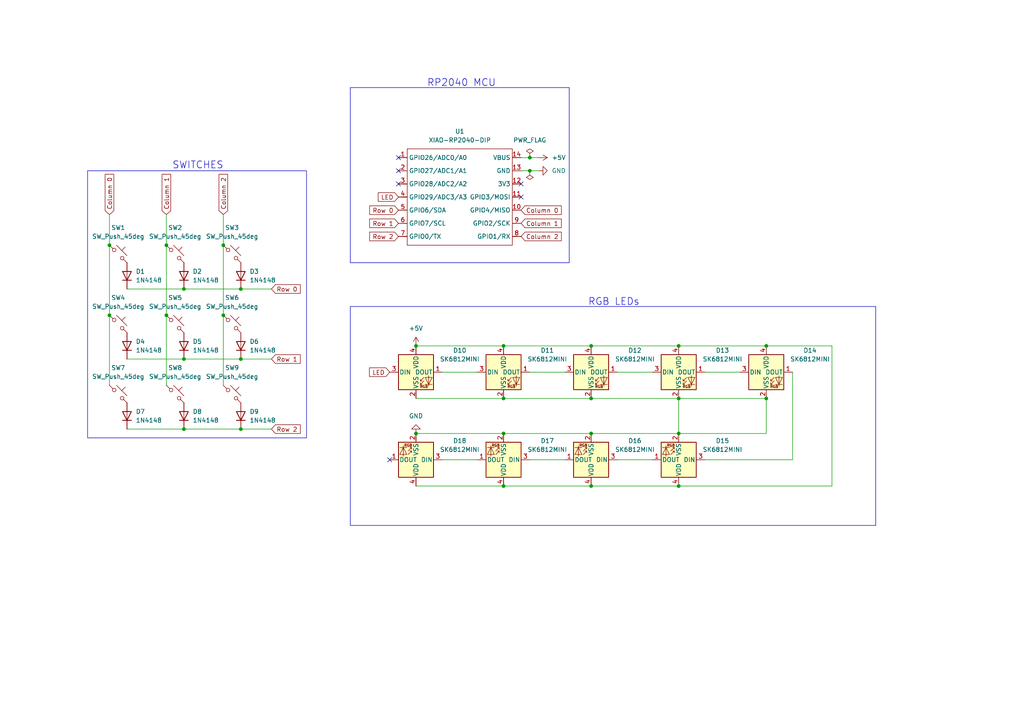
<source format=kicad_sch>
(kicad_sch
	(version 20231120)
	(generator "eeschema")
	(generator_version "8.0")
	(uuid "56574396-076e-491b-8b9c-05c94670ae85")
	(paper "A4")
	(title_block
		(title "KawaiiPad")
		(date "10/02/2025")
		(rev "2")
		(comment 1 "junyali")
		(comment 2 "https://github.com/junyali/KawaiiPad")
		(comment 3 "kawaiipad :3")
	)
	(lib_symbols
		(symbol "Diode:1N4148"
			(pin_numbers hide)
			(pin_names hide)
			(exclude_from_sim no)
			(in_bom yes)
			(on_board yes)
			(property "Reference" "D"
				(at 0 2.54 0)
				(effects
					(font
						(size 1.27 1.27)
					)
				)
			)
			(property "Value" "1N4148"
				(at 0 -2.54 0)
				(effects
					(font
						(size 1.27 1.27)
					)
				)
			)
			(property "Footprint" "Diode_THT:D_DO-35_SOD27_P7.62mm_Horizontal"
				(at 0 0 0)
				(effects
					(font
						(size 1.27 1.27)
					)
					(hide yes)
				)
			)
			(property "Datasheet" "https://assets.nexperia.com/documents/data-sheet/1N4148_1N4448.pdf"
				(at 0 0 0)
				(effects
					(font
						(size 1.27 1.27)
					)
					(hide yes)
				)
			)
			(property "Description" "100V 0.15A standard switching diode, DO-35"
				(at 0 0 0)
				(effects
					(font
						(size 1.27 1.27)
					)
					(hide yes)
				)
			)
			(property "Sim.Device" "D"
				(at 0 0 0)
				(effects
					(font
						(size 1.27 1.27)
					)
					(hide yes)
				)
			)
			(property "Sim.Pins" "1=K 2=A"
				(at 0 0 0)
				(effects
					(font
						(size 1.27 1.27)
					)
					(hide yes)
				)
			)
			(property "ki_keywords" "diode"
				(at 0 0 0)
				(effects
					(font
						(size 1.27 1.27)
					)
					(hide yes)
				)
			)
			(property "ki_fp_filters" "D*DO?35*"
				(at 0 0 0)
				(effects
					(font
						(size 1.27 1.27)
					)
					(hide yes)
				)
			)
			(symbol "1N4148_0_1"
				(polyline
					(pts
						(xy -1.27 1.27) (xy -1.27 -1.27)
					)
					(stroke
						(width 0.254)
						(type default)
					)
					(fill
						(type none)
					)
				)
				(polyline
					(pts
						(xy 1.27 0) (xy -1.27 0)
					)
					(stroke
						(width 0)
						(type default)
					)
					(fill
						(type none)
					)
				)
				(polyline
					(pts
						(xy 1.27 1.27) (xy 1.27 -1.27) (xy -1.27 0) (xy 1.27 1.27)
					)
					(stroke
						(width 0.254)
						(type default)
					)
					(fill
						(type none)
					)
				)
			)
			(symbol "1N4148_1_1"
				(pin passive line
					(at -3.81 0 0)
					(length 2.54)
					(name "K"
						(effects
							(font
								(size 1.27 1.27)
							)
						)
					)
					(number "1"
						(effects
							(font
								(size 1.27 1.27)
							)
						)
					)
				)
				(pin passive line
					(at 3.81 0 180)
					(length 2.54)
					(name "A"
						(effects
							(font
								(size 1.27 1.27)
							)
						)
					)
					(number "2"
						(effects
							(font
								(size 1.27 1.27)
							)
						)
					)
				)
			)
		)
		(symbol "LED:SK6812MINI"
			(pin_names
				(offset 0.254)
			)
			(exclude_from_sim no)
			(in_bom yes)
			(on_board yes)
			(property "Reference" "D"
				(at 5.08 5.715 0)
				(effects
					(font
						(size 1.27 1.27)
					)
					(justify right bottom)
				)
			)
			(property "Value" "SK6812MINI"
				(at 1.27 -5.715 0)
				(effects
					(font
						(size 1.27 1.27)
					)
					(justify left top)
				)
			)
			(property "Footprint" "LED_SMD:LED_SK6812MINI_PLCC4_3.5x3.5mm_P1.75mm"
				(at 1.27 -7.62 0)
				(effects
					(font
						(size 1.27 1.27)
					)
					(justify left top)
					(hide yes)
				)
			)
			(property "Datasheet" "https://cdn-shop.adafruit.com/product-files/2686/SK6812MINI_REV.01-1-2.pdf"
				(at 2.54 -9.525 0)
				(effects
					(font
						(size 1.27 1.27)
					)
					(justify left top)
					(hide yes)
				)
			)
			(property "Description" "RGB LED with integrated controller"
				(at 0 0 0)
				(effects
					(font
						(size 1.27 1.27)
					)
					(hide yes)
				)
			)
			(property "ki_keywords" "RGB LED NeoPixel Mini addressable"
				(at 0 0 0)
				(effects
					(font
						(size 1.27 1.27)
					)
					(hide yes)
				)
			)
			(property "ki_fp_filters" "LED*SK6812MINI*PLCC*3.5x3.5mm*P1.75mm*"
				(at 0 0 0)
				(effects
					(font
						(size 1.27 1.27)
					)
					(hide yes)
				)
			)
			(symbol "SK6812MINI_0_0"
				(text "RGB"
					(at 2.286 -4.191 0)
					(effects
						(font
							(size 0.762 0.762)
						)
					)
				)
			)
			(symbol "SK6812MINI_0_1"
				(polyline
					(pts
						(xy 1.27 -3.556) (xy 1.778 -3.556)
					)
					(stroke
						(width 0)
						(type default)
					)
					(fill
						(type none)
					)
				)
				(polyline
					(pts
						(xy 1.27 -2.54) (xy 1.778 -2.54)
					)
					(stroke
						(width 0)
						(type default)
					)
					(fill
						(type none)
					)
				)
				(polyline
					(pts
						(xy 4.699 -3.556) (xy 2.667 -3.556)
					)
					(stroke
						(width 0)
						(type default)
					)
					(fill
						(type none)
					)
				)
				(polyline
					(pts
						(xy 2.286 -2.54) (xy 1.27 -3.556) (xy 1.27 -3.048)
					)
					(stroke
						(width 0)
						(type default)
					)
					(fill
						(type none)
					)
				)
				(polyline
					(pts
						(xy 2.286 -1.524) (xy 1.27 -2.54) (xy 1.27 -2.032)
					)
					(stroke
						(width 0)
						(type default)
					)
					(fill
						(type none)
					)
				)
				(polyline
					(pts
						(xy 3.683 -1.016) (xy 3.683 -3.556) (xy 3.683 -4.064)
					)
					(stroke
						(width 0)
						(type default)
					)
					(fill
						(type none)
					)
				)
				(polyline
					(pts
						(xy 4.699 -1.524) (xy 2.667 -1.524) (xy 3.683 -3.556) (xy 4.699 -1.524)
					)
					(stroke
						(width 0)
						(type default)
					)
					(fill
						(type none)
					)
				)
				(rectangle
					(start 5.08 5.08)
					(end -5.08 -5.08)
					(stroke
						(width 0.254)
						(type default)
					)
					(fill
						(type background)
					)
				)
			)
			(symbol "SK6812MINI_1_1"
				(pin output line
					(at 7.62 0 180)
					(length 2.54)
					(name "DOUT"
						(effects
							(font
								(size 1.27 1.27)
							)
						)
					)
					(number "1"
						(effects
							(font
								(size 1.27 1.27)
							)
						)
					)
				)
				(pin power_in line
					(at 0 -7.62 90)
					(length 2.54)
					(name "VSS"
						(effects
							(font
								(size 1.27 1.27)
							)
						)
					)
					(number "2"
						(effects
							(font
								(size 1.27 1.27)
							)
						)
					)
				)
				(pin input line
					(at -7.62 0 0)
					(length 2.54)
					(name "DIN"
						(effects
							(font
								(size 1.27 1.27)
							)
						)
					)
					(number "3"
						(effects
							(font
								(size 1.27 1.27)
							)
						)
					)
				)
				(pin power_in line
					(at 0 7.62 270)
					(length 2.54)
					(name "VDD"
						(effects
							(font
								(size 1.27 1.27)
							)
						)
					)
					(number "4"
						(effects
							(font
								(size 1.27 1.27)
							)
						)
					)
				)
			)
		)
		(symbol "OPL:XIAO-RP2040-DIP"
			(exclude_from_sim no)
			(in_bom yes)
			(on_board yes)
			(property "Reference" "U"
				(at 0 0 0)
				(effects
					(font
						(size 1.27 1.27)
					)
				)
			)
			(property "Value" "XIAO-RP2040-DIP"
				(at 5.334 -1.778 0)
				(effects
					(font
						(size 1.27 1.27)
					)
				)
			)
			(property "Footprint" "Module:MOUDLE14P-XIAO-DIP-SMD"
				(at 14.478 -32.258 0)
				(effects
					(font
						(size 1.27 1.27)
					)
					(hide yes)
				)
			)
			(property "Datasheet" ""
				(at 0 0 0)
				(effects
					(font
						(size 1.27 1.27)
					)
					(hide yes)
				)
			)
			(property "Description" ""
				(at 0 0 0)
				(effects
					(font
						(size 1.27 1.27)
					)
					(hide yes)
				)
			)
			(symbol "XIAO-RP2040-DIP_1_0"
				(polyline
					(pts
						(xy -1.27 -30.48) (xy -1.27 -16.51)
					)
					(stroke
						(width 0.1524)
						(type solid)
					)
					(fill
						(type none)
					)
				)
				(polyline
					(pts
						(xy -1.27 -27.94) (xy -2.54 -27.94)
					)
					(stroke
						(width 0.1524)
						(type solid)
					)
					(fill
						(type none)
					)
				)
				(polyline
					(pts
						(xy -1.27 -24.13) (xy -2.54 -24.13)
					)
					(stroke
						(width 0.1524)
						(type solid)
					)
					(fill
						(type none)
					)
				)
				(polyline
					(pts
						(xy -1.27 -20.32) (xy -2.54 -20.32)
					)
					(stroke
						(width 0.1524)
						(type solid)
					)
					(fill
						(type none)
					)
				)
				(polyline
					(pts
						(xy -1.27 -16.51) (xy -2.54 -16.51)
					)
					(stroke
						(width 0.1524)
						(type solid)
					)
					(fill
						(type none)
					)
				)
				(polyline
					(pts
						(xy -1.27 -16.51) (xy -1.27 -12.7)
					)
					(stroke
						(width 0.1524)
						(type solid)
					)
					(fill
						(type none)
					)
				)
				(polyline
					(pts
						(xy -1.27 -12.7) (xy -2.54 -12.7)
					)
					(stroke
						(width 0.1524)
						(type solid)
					)
					(fill
						(type none)
					)
				)
				(polyline
					(pts
						(xy -1.27 -12.7) (xy -1.27 -8.89)
					)
					(stroke
						(width 0.1524)
						(type solid)
					)
					(fill
						(type none)
					)
				)
				(polyline
					(pts
						(xy -1.27 -8.89) (xy -2.54 -8.89)
					)
					(stroke
						(width 0.1524)
						(type solid)
					)
					(fill
						(type none)
					)
				)
				(polyline
					(pts
						(xy -1.27 -8.89) (xy -1.27 -5.08)
					)
					(stroke
						(width 0.1524)
						(type solid)
					)
					(fill
						(type none)
					)
				)
				(polyline
					(pts
						(xy -1.27 -5.08) (xy -2.54 -5.08)
					)
					(stroke
						(width 0.1524)
						(type solid)
					)
					(fill
						(type none)
					)
				)
				(polyline
					(pts
						(xy -1.27 -5.08) (xy -1.27 -2.54)
					)
					(stroke
						(width 0.1524)
						(type solid)
					)
					(fill
						(type none)
					)
				)
				(polyline
					(pts
						(xy -1.27 -2.54) (xy 29.21 -2.54)
					)
					(stroke
						(width 0.1524)
						(type solid)
					)
					(fill
						(type none)
					)
				)
				(polyline
					(pts
						(xy 29.21 -30.48) (xy -1.27 -30.48)
					)
					(stroke
						(width 0.1524)
						(type solid)
					)
					(fill
						(type none)
					)
				)
				(polyline
					(pts
						(xy 29.21 -12.7) (xy 29.21 -30.48)
					)
					(stroke
						(width 0.1524)
						(type solid)
					)
					(fill
						(type none)
					)
				)
				(polyline
					(pts
						(xy 29.21 -8.89) (xy 29.21 -12.7)
					)
					(stroke
						(width 0.1524)
						(type solid)
					)
					(fill
						(type none)
					)
				)
				(polyline
					(pts
						(xy 29.21 -5.08) (xy 29.21 -8.89)
					)
					(stroke
						(width 0.1524)
						(type solid)
					)
					(fill
						(type none)
					)
				)
				(polyline
					(pts
						(xy 29.21 -2.54) (xy 29.21 -5.08)
					)
					(stroke
						(width 0.1524)
						(type solid)
					)
					(fill
						(type none)
					)
				)
				(polyline
					(pts
						(xy 30.48 -27.94) (xy 29.21 -27.94)
					)
					(stroke
						(width 0.1524)
						(type solid)
					)
					(fill
						(type none)
					)
				)
				(polyline
					(pts
						(xy 30.48 -24.13) (xy 29.21 -24.13)
					)
					(stroke
						(width 0.1524)
						(type solid)
					)
					(fill
						(type none)
					)
				)
				(polyline
					(pts
						(xy 30.48 -20.32) (xy 29.21 -20.32)
					)
					(stroke
						(width 0.1524)
						(type solid)
					)
					(fill
						(type none)
					)
				)
				(polyline
					(pts
						(xy 30.48 -16.51) (xy 29.21 -16.51)
					)
					(stroke
						(width 0.1524)
						(type solid)
					)
					(fill
						(type none)
					)
				)
				(polyline
					(pts
						(xy 30.48 -12.7) (xy 29.21 -12.7)
					)
					(stroke
						(width 0.1524)
						(type solid)
					)
					(fill
						(type none)
					)
				)
				(polyline
					(pts
						(xy 30.48 -8.89) (xy 29.21 -8.89)
					)
					(stroke
						(width 0.1524)
						(type solid)
					)
					(fill
						(type none)
					)
				)
				(polyline
					(pts
						(xy 30.48 -5.08) (xy 29.21 -5.08)
					)
					(stroke
						(width 0.1524)
						(type solid)
					)
					(fill
						(type none)
					)
				)
				(pin passive line
					(at -3.81 -5.08 0)
					(length 2.54)
					(name "GPIO26/ADC0/A0"
						(effects
							(font
								(size 1.27 1.27)
							)
						)
					)
					(number "1"
						(effects
							(font
								(size 1.27 1.27)
							)
						)
					)
				)
				(pin passive line
					(at 31.75 -20.32 180)
					(length 2.54)
					(name "GPIO4/MISO"
						(effects
							(font
								(size 1.27 1.27)
							)
						)
					)
					(number "10"
						(effects
							(font
								(size 1.27 1.27)
							)
						)
					)
				)
				(pin passive line
					(at 31.75 -16.51 180)
					(length 2.54)
					(name "GPIO3/MOSI"
						(effects
							(font
								(size 1.27 1.27)
							)
						)
					)
					(number "11"
						(effects
							(font
								(size 1.27 1.27)
							)
						)
					)
				)
				(pin passive line
					(at 31.75 -12.7 180)
					(length 2.54)
					(name "3V3"
						(effects
							(font
								(size 1.27 1.27)
							)
						)
					)
					(number "12"
						(effects
							(font
								(size 1.27 1.27)
							)
						)
					)
				)
				(pin passive line
					(at 31.75 -8.89 180)
					(length 2.54)
					(name "GND"
						(effects
							(font
								(size 1.27 1.27)
							)
						)
					)
					(number "13"
						(effects
							(font
								(size 1.27 1.27)
							)
						)
					)
				)
				(pin passive line
					(at 31.75 -5.08 180)
					(length 2.54)
					(name "VBUS"
						(effects
							(font
								(size 1.27 1.27)
							)
						)
					)
					(number "14"
						(effects
							(font
								(size 1.27 1.27)
							)
						)
					)
				)
				(pin passive line
					(at -3.81 -8.89 0)
					(length 2.54)
					(name "GPIO27/ADC1/A1"
						(effects
							(font
								(size 1.27 1.27)
							)
						)
					)
					(number "2"
						(effects
							(font
								(size 1.27 1.27)
							)
						)
					)
				)
				(pin passive line
					(at -3.81 -12.7 0)
					(length 2.54)
					(name "GPIO28/ADC2/A2"
						(effects
							(font
								(size 1.27 1.27)
							)
						)
					)
					(number "3"
						(effects
							(font
								(size 1.27 1.27)
							)
						)
					)
				)
				(pin passive line
					(at -3.81 -16.51 0)
					(length 2.54)
					(name "GPIO29/ADC3/A3"
						(effects
							(font
								(size 1.27 1.27)
							)
						)
					)
					(number "4"
						(effects
							(font
								(size 1.27 1.27)
							)
						)
					)
				)
				(pin passive line
					(at -3.81 -20.32 0)
					(length 2.54)
					(name "GPIO6/SDA"
						(effects
							(font
								(size 1.27 1.27)
							)
						)
					)
					(number "5"
						(effects
							(font
								(size 1.27 1.27)
							)
						)
					)
				)
				(pin passive line
					(at -3.81 -24.13 0)
					(length 2.54)
					(name "GPIO7/SCL"
						(effects
							(font
								(size 1.27 1.27)
							)
						)
					)
					(number "6"
						(effects
							(font
								(size 1.27 1.27)
							)
						)
					)
				)
				(pin passive line
					(at -3.81 -27.94 0)
					(length 2.54)
					(name "GPIO0/TX"
						(effects
							(font
								(size 1.27 1.27)
							)
						)
					)
					(number "7"
						(effects
							(font
								(size 1.27 1.27)
							)
						)
					)
				)
				(pin passive line
					(at 31.75 -27.94 180)
					(length 2.54)
					(name "GPIO1/RX"
						(effects
							(font
								(size 1.27 1.27)
							)
						)
					)
					(number "8"
						(effects
							(font
								(size 1.27 1.27)
							)
						)
					)
				)
				(pin passive line
					(at 31.75 -24.13 180)
					(length 2.54)
					(name "GPIO2/SCK"
						(effects
							(font
								(size 1.27 1.27)
							)
						)
					)
					(number "9"
						(effects
							(font
								(size 1.27 1.27)
							)
						)
					)
				)
			)
		)
		(symbol "Switch:SW_Push_45deg"
			(pin_numbers hide)
			(pin_names
				(offset 1.016) hide)
			(exclude_from_sim no)
			(in_bom yes)
			(on_board yes)
			(property "Reference" "SW"
				(at 3.048 1.016 0)
				(effects
					(font
						(size 1.27 1.27)
					)
					(justify left)
				)
			)
			(property "Value" "SW_Push_45deg"
				(at 0 -3.81 0)
				(effects
					(font
						(size 1.27 1.27)
					)
				)
			)
			(property "Footprint" ""
				(at 0 0 0)
				(effects
					(font
						(size 1.27 1.27)
					)
					(hide yes)
				)
			)
			(property "Datasheet" "~"
				(at 0 0 0)
				(effects
					(font
						(size 1.27 1.27)
					)
					(hide yes)
				)
			)
			(property "Description" "Push button switch, normally open, two pins, 45° tilted"
				(at 0 0 0)
				(effects
					(font
						(size 1.27 1.27)
					)
					(hide yes)
				)
			)
			(property "ki_keywords" "switch normally-open pushbutton push-button"
				(at 0 0 0)
				(effects
					(font
						(size 1.27 1.27)
					)
					(hide yes)
				)
			)
			(symbol "SW_Push_45deg_0_1"
				(circle
					(center -1.1684 1.1684)
					(radius 0.508)
					(stroke
						(width 0)
						(type default)
					)
					(fill
						(type none)
					)
				)
				(polyline
					(pts
						(xy -0.508 2.54) (xy 2.54 -0.508)
					)
					(stroke
						(width 0)
						(type default)
					)
					(fill
						(type none)
					)
				)
				(polyline
					(pts
						(xy 1.016 1.016) (xy 2.032 2.032)
					)
					(stroke
						(width 0)
						(type default)
					)
					(fill
						(type none)
					)
				)
				(polyline
					(pts
						(xy -2.54 2.54) (xy -1.524 1.524) (xy -1.524 1.524)
					)
					(stroke
						(width 0)
						(type default)
					)
					(fill
						(type none)
					)
				)
				(polyline
					(pts
						(xy 1.524 -1.524) (xy 2.54 -2.54) (xy 2.54 -2.54) (xy 2.54 -2.54)
					)
					(stroke
						(width 0)
						(type default)
					)
					(fill
						(type none)
					)
				)
				(circle
					(center 1.143 -1.1938)
					(radius 0.508)
					(stroke
						(width 0)
						(type default)
					)
					(fill
						(type none)
					)
				)
				(pin passive line
					(at -2.54 2.54 0)
					(length 0)
					(name "1"
						(effects
							(font
								(size 1.27 1.27)
							)
						)
					)
					(number "1"
						(effects
							(font
								(size 1.27 1.27)
							)
						)
					)
				)
				(pin passive line
					(at 2.54 -2.54 180)
					(length 0)
					(name "2"
						(effects
							(font
								(size 1.27 1.27)
							)
						)
					)
					(number "2"
						(effects
							(font
								(size 1.27 1.27)
							)
						)
					)
				)
			)
		)
		(symbol "power:+5V"
			(power)
			(pin_numbers hide)
			(pin_names
				(offset 0) hide)
			(exclude_from_sim no)
			(in_bom yes)
			(on_board yes)
			(property "Reference" "#PWR"
				(at 0 -3.81 0)
				(effects
					(font
						(size 1.27 1.27)
					)
					(hide yes)
				)
			)
			(property "Value" "+5V"
				(at 0 3.556 0)
				(effects
					(font
						(size 1.27 1.27)
					)
				)
			)
			(property "Footprint" ""
				(at 0 0 0)
				(effects
					(font
						(size 1.27 1.27)
					)
					(hide yes)
				)
			)
			(property "Datasheet" ""
				(at 0 0 0)
				(effects
					(font
						(size 1.27 1.27)
					)
					(hide yes)
				)
			)
			(property "Description" "Power symbol creates a global label with name \"+5V\""
				(at 0 0 0)
				(effects
					(font
						(size 1.27 1.27)
					)
					(hide yes)
				)
			)
			(property "ki_keywords" "global power"
				(at 0 0 0)
				(effects
					(font
						(size 1.27 1.27)
					)
					(hide yes)
				)
			)
			(symbol "+5V_0_1"
				(polyline
					(pts
						(xy -0.762 1.27) (xy 0 2.54)
					)
					(stroke
						(width 0)
						(type default)
					)
					(fill
						(type none)
					)
				)
				(polyline
					(pts
						(xy 0 0) (xy 0 2.54)
					)
					(stroke
						(width 0)
						(type default)
					)
					(fill
						(type none)
					)
				)
				(polyline
					(pts
						(xy 0 2.54) (xy 0.762 1.27)
					)
					(stroke
						(width 0)
						(type default)
					)
					(fill
						(type none)
					)
				)
			)
			(symbol "+5V_1_1"
				(pin power_in line
					(at 0 0 90)
					(length 0)
					(name "~"
						(effects
							(font
								(size 1.27 1.27)
							)
						)
					)
					(number "1"
						(effects
							(font
								(size 1.27 1.27)
							)
						)
					)
				)
			)
		)
		(symbol "power:GND"
			(power)
			(pin_numbers hide)
			(pin_names
				(offset 0) hide)
			(exclude_from_sim no)
			(in_bom yes)
			(on_board yes)
			(property "Reference" "#PWR"
				(at 0 -6.35 0)
				(effects
					(font
						(size 1.27 1.27)
					)
					(hide yes)
				)
			)
			(property "Value" "GND"
				(at 0 -3.81 0)
				(effects
					(font
						(size 1.27 1.27)
					)
				)
			)
			(property "Footprint" ""
				(at 0 0 0)
				(effects
					(font
						(size 1.27 1.27)
					)
					(hide yes)
				)
			)
			(property "Datasheet" ""
				(at 0 0 0)
				(effects
					(font
						(size 1.27 1.27)
					)
					(hide yes)
				)
			)
			(property "Description" "Power symbol creates a global label with name \"GND\" , ground"
				(at 0 0 0)
				(effects
					(font
						(size 1.27 1.27)
					)
					(hide yes)
				)
			)
			(property "ki_keywords" "global power"
				(at 0 0 0)
				(effects
					(font
						(size 1.27 1.27)
					)
					(hide yes)
				)
			)
			(symbol "GND_0_1"
				(polyline
					(pts
						(xy 0 0) (xy 0 -1.27) (xy 1.27 -1.27) (xy 0 -2.54) (xy -1.27 -1.27) (xy 0 -1.27)
					)
					(stroke
						(width 0)
						(type default)
					)
					(fill
						(type none)
					)
				)
			)
			(symbol "GND_1_1"
				(pin power_in line
					(at 0 0 270)
					(length 0)
					(name "~"
						(effects
							(font
								(size 1.27 1.27)
							)
						)
					)
					(number "1"
						(effects
							(font
								(size 1.27 1.27)
							)
						)
					)
				)
			)
		)
		(symbol "power:PWR_FLAG"
			(power)
			(pin_numbers hide)
			(pin_names
				(offset 0) hide)
			(exclude_from_sim no)
			(in_bom yes)
			(on_board yes)
			(property "Reference" "#FLG"
				(at 0 1.905 0)
				(effects
					(font
						(size 1.27 1.27)
					)
					(hide yes)
				)
			)
			(property "Value" "PWR_FLAG"
				(at 0 3.81 0)
				(effects
					(font
						(size 1.27 1.27)
					)
				)
			)
			(property "Footprint" ""
				(at 0 0 0)
				(effects
					(font
						(size 1.27 1.27)
					)
					(hide yes)
				)
			)
			(property "Datasheet" "~"
				(at 0 0 0)
				(effects
					(font
						(size 1.27 1.27)
					)
					(hide yes)
				)
			)
			(property "Description" "Special symbol for telling ERC where power comes from"
				(at 0 0 0)
				(effects
					(font
						(size 1.27 1.27)
					)
					(hide yes)
				)
			)
			(property "ki_keywords" "flag power"
				(at 0 0 0)
				(effects
					(font
						(size 1.27 1.27)
					)
					(hide yes)
				)
			)
			(symbol "PWR_FLAG_0_0"
				(pin power_out line
					(at 0 0 90)
					(length 0)
					(name "~"
						(effects
							(font
								(size 1.27 1.27)
							)
						)
					)
					(number "1"
						(effects
							(font
								(size 1.27 1.27)
							)
						)
					)
				)
			)
			(symbol "PWR_FLAG_0_1"
				(polyline
					(pts
						(xy 0 0) (xy 0 1.27) (xy -1.016 1.905) (xy 0 2.54) (xy 1.016 1.905) (xy 0 1.27)
					)
					(stroke
						(width 0)
						(type default)
					)
					(fill
						(type none)
					)
				)
			)
		)
	)
	(junction
		(at 196.85 140.97)
		(diameter 0)
		(color 0 0 0 0)
		(uuid "0f034890-21f0-464f-843f-d4c35fbe5a05")
	)
	(junction
		(at 69.85 83.82)
		(diameter 0)
		(color 0 0 0 0)
		(uuid "104071dc-cdbd-4740-b042-f6a177b9ce4e")
	)
	(junction
		(at 153.67 45.72)
		(diameter 0)
		(color 0 0 0 0)
		(uuid "17d7d195-e39d-4eaf-947d-71456e5e3104")
	)
	(junction
		(at 53.34 104.14)
		(diameter 0)
		(color 0 0 0 0)
		(uuid "1f1c6154-633b-436e-91d9-5f3639cb9ab0")
	)
	(junction
		(at 171.45 100.33)
		(diameter 0)
		(color 0 0 0 0)
		(uuid "215541f1-ef9d-40fe-8230-390909aee2e2")
	)
	(junction
		(at 53.34 124.46)
		(diameter 0)
		(color 0 0 0 0)
		(uuid "3beb8db3-7c54-4765-bc57-2d89d8db3233")
	)
	(junction
		(at 64.77 91.44)
		(diameter 0)
		(color 0 0 0 0)
		(uuid "3ddf6363-b1f5-44f2-8897-dacbd2d66a60")
	)
	(junction
		(at 222.25 115.57)
		(diameter 0)
		(color 0 0 0 0)
		(uuid "40059312-e3af-4e04-b94c-2147f2d3f5c0")
	)
	(junction
		(at 146.05 115.57)
		(diameter 0)
		(color 0 0 0 0)
		(uuid "44581d2d-344f-40e3-b20c-c7fb942b4f10")
	)
	(junction
		(at 120.65 125.73)
		(diameter 0)
		(color 0 0 0 0)
		(uuid "451ab790-a876-412a-bae7-4f3dba73ec9b")
	)
	(junction
		(at 196.85 100.33)
		(diameter 0)
		(color 0 0 0 0)
		(uuid "4788cd51-77d5-4b12-9ae9-49265c73bcff")
	)
	(junction
		(at 153.67 49.53)
		(diameter 0)
		(color 0 0 0 0)
		(uuid "55d1e4e2-40c6-46c6-9b13-7be8ae49dac8")
	)
	(junction
		(at 64.77 71.12)
		(diameter 0)
		(color 0 0 0 0)
		(uuid "59407411-1327-42ec-b08a-05fb63aa66b5")
	)
	(junction
		(at 69.85 124.46)
		(diameter 0)
		(color 0 0 0 0)
		(uuid "5b188c25-a3b6-4b8e-9b13-7dbdc2cd8f30")
	)
	(junction
		(at 53.34 83.82)
		(diameter 0)
		(color 0 0 0 0)
		(uuid "688cb6be-8ce6-443b-8c26-5575762a1816")
	)
	(junction
		(at 120.65 100.33)
		(diameter 0)
		(color 0 0 0 0)
		(uuid "6a31437f-3872-4fee-bb0c-ec6252c7ddea")
	)
	(junction
		(at 48.26 71.12)
		(diameter 0)
		(color 0 0 0 0)
		(uuid "7ae9e121-5ddc-4b8e-b58e-f58e0189410f")
	)
	(junction
		(at 222.25 100.33)
		(diameter 0)
		(color 0 0 0 0)
		(uuid "826ca701-7223-4256-b177-4c53cfb58461")
	)
	(junction
		(at 48.26 91.44)
		(diameter 0)
		(color 0 0 0 0)
		(uuid "83e5762c-37e5-4307-b201-9c202fbed5e7")
	)
	(junction
		(at 171.45 115.57)
		(diameter 0)
		(color 0 0 0 0)
		(uuid "9413950b-6b93-4c43-9db0-a84b33a4e897")
	)
	(junction
		(at 196.85 115.57)
		(diameter 0)
		(color 0 0 0 0)
		(uuid "ac0ea82f-a6e5-4924-be6d-4074ec469a8c")
	)
	(junction
		(at 31.75 71.12)
		(diameter 0)
		(color 0 0 0 0)
		(uuid "aeeb921f-c870-4a1d-8053-67e4a40ec25a")
	)
	(junction
		(at 196.85 125.73)
		(diameter 0)
		(color 0 0 0 0)
		(uuid "b71c2619-4a11-4397-a849-29201d91401a")
	)
	(junction
		(at 171.45 140.97)
		(diameter 0)
		(color 0 0 0 0)
		(uuid "c094c3f1-31a2-4c2f-bc89-c978ade4cb5c")
	)
	(junction
		(at 31.75 91.44)
		(diameter 0)
		(color 0 0 0 0)
		(uuid "c525a5e7-d0ab-4838-a98b-ac3e720c615d")
	)
	(junction
		(at 69.85 104.14)
		(diameter 0)
		(color 0 0 0 0)
		(uuid "d16f93bd-7b50-4bd1-8231-f3946ff7bbf1")
	)
	(junction
		(at 146.05 125.73)
		(diameter 0)
		(color 0 0 0 0)
		(uuid "da247536-81bf-42b1-a42d-a9eb56ddd9d6")
	)
	(junction
		(at 146.05 140.97)
		(diameter 0)
		(color 0 0 0 0)
		(uuid "e68f454b-0c5a-44b8-8352-dc303917cdb6")
	)
	(junction
		(at 171.45 125.73)
		(diameter 0)
		(color 0 0 0 0)
		(uuid "f63cedde-ec43-4850-8331-3bc0ea977ac4")
	)
	(junction
		(at 146.05 100.33)
		(diameter 0)
		(color 0 0 0 0)
		(uuid "fc3b9bfe-548e-46af-8d97-5a970929b2eb")
	)
	(no_connect
		(at 115.57 45.72)
		(uuid "0139fde7-4d8a-4a38-9c45-87a65623f4b2")
	)
	(no_connect
		(at 151.13 57.15)
		(uuid "164c20f3-ff83-4e32-a211-3dc14e3ebb37")
	)
	(no_connect
		(at 115.57 53.34)
		(uuid "8703b8d3-59fd-4b21-af6d-f83bc0a200eb")
	)
	(no_connect
		(at 115.57 49.53)
		(uuid "a1de70ae-5331-49c7-b22e-c669ccc62ace")
	)
	(no_connect
		(at 113.03 133.35)
		(uuid "ac1f176c-438c-4eac-ac6d-878fd5494bb5")
	)
	(no_connect
		(at 151.13 53.34)
		(uuid "de85cb67-2851-42fb-9f8e-6fbf613ca29d")
	)
	(wire
		(pts
			(xy 64.77 62.23) (xy 64.77 71.12)
		)
		(stroke
			(width 0)
			(type default)
		)
		(uuid "02a900b5-0bee-4d8d-b800-fdb7f167adaf")
	)
	(wire
		(pts
			(xy 153.67 107.95) (xy 163.83 107.95)
		)
		(stroke
			(width 0)
			(type default)
		)
		(uuid "1dd4c43e-56c8-4694-97e6-279389123f7e")
	)
	(wire
		(pts
			(xy 53.34 104.14) (xy 69.85 104.14)
		)
		(stroke
			(width 0)
			(type default)
		)
		(uuid "236853da-9274-458c-b6a9-9743993da616")
	)
	(wire
		(pts
			(xy 128.27 133.35) (xy 138.43 133.35)
		)
		(stroke
			(width 0)
			(type default)
		)
		(uuid "243fa646-6050-4782-a2a8-c751b4e6582a")
	)
	(wire
		(pts
			(xy 146.05 140.97) (xy 171.45 140.97)
		)
		(stroke
			(width 0)
			(type default)
		)
		(uuid "2655f270-4e48-4ccf-b3a9-69033de9f61b")
	)
	(wire
		(pts
			(xy 48.26 62.23) (xy 48.26 71.12)
		)
		(stroke
			(width 0)
			(type default)
		)
		(uuid "2f5c7114-8552-4bf0-ab48-d07080bf9e5c")
	)
	(wire
		(pts
			(xy 120.65 100.33) (xy 146.05 100.33)
		)
		(stroke
			(width 0)
			(type default)
		)
		(uuid "32764976-ef7b-4f9c-a619-c6dc04f3d432")
	)
	(wire
		(pts
			(xy 64.77 71.12) (xy 64.77 91.44)
		)
		(stroke
			(width 0)
			(type default)
		)
		(uuid "33610f6c-45e8-4177-be1b-2c41b7ccbfbb")
	)
	(wire
		(pts
			(xy 36.83 104.14) (xy 53.34 104.14)
		)
		(stroke
			(width 0)
			(type default)
		)
		(uuid "342ff56e-42bb-45b6-87b2-69dcea6d97d1")
	)
	(wire
		(pts
			(xy 179.07 107.95) (xy 189.23 107.95)
		)
		(stroke
			(width 0)
			(type default)
		)
		(uuid "38a9257f-87a4-4b24-8d73-5fcb78f1c037")
	)
	(wire
		(pts
			(xy 153.67 133.35) (xy 163.83 133.35)
		)
		(stroke
			(width 0)
			(type default)
		)
		(uuid "3bfe04dd-4fe9-4e2b-93fa-4903d71ab483")
	)
	(wire
		(pts
			(xy 31.75 62.23) (xy 31.75 71.12)
		)
		(stroke
			(width 0)
			(type default)
		)
		(uuid "3cbcb224-6d65-43fb-ae1c-da2328fffc53")
	)
	(wire
		(pts
			(xy 196.85 100.33) (xy 222.25 100.33)
		)
		(stroke
			(width 0)
			(type default)
		)
		(uuid "40455e14-47d2-4581-b9fa-bce615d2e8cb")
	)
	(wire
		(pts
			(xy 204.47 107.95) (xy 214.63 107.95)
		)
		(stroke
			(width 0)
			(type default)
		)
		(uuid "45c09d80-4884-47e7-a193-4d186939929b")
	)
	(wire
		(pts
			(xy 171.45 115.57) (xy 196.85 115.57)
		)
		(stroke
			(width 0)
			(type default)
		)
		(uuid "4ac5ea94-437c-4683-a21d-5e998f7212c5")
	)
	(wire
		(pts
			(xy 69.85 124.46) (xy 78.74 124.46)
		)
		(stroke
			(width 0)
			(type default)
		)
		(uuid "5021e8b7-7aa4-4fa2-beba-3f3fec2a59e5")
	)
	(wire
		(pts
			(xy 196.85 115.57) (xy 222.25 115.57)
		)
		(stroke
			(width 0)
			(type default)
		)
		(uuid "524f02e2-2ab3-4dc3-af21-b86bceba4d2f")
	)
	(wire
		(pts
			(xy 31.75 71.12) (xy 31.75 91.44)
		)
		(stroke
			(width 0)
			(type default)
		)
		(uuid "539ba545-513e-434f-ac87-09a5e3d21b31")
	)
	(wire
		(pts
			(xy 156.21 49.53) (xy 153.67 49.53)
		)
		(stroke
			(width 0)
			(type default)
		)
		(uuid "60bc8129-0103-46d7-accd-c6debd32ecd8")
	)
	(wire
		(pts
			(xy 48.26 71.12) (xy 48.26 91.44)
		)
		(stroke
			(width 0)
			(type default)
		)
		(uuid "6886394f-710a-4cb3-8c02-9a1240d9bb71")
	)
	(wire
		(pts
			(xy 196.85 125.73) (xy 196.85 115.57)
		)
		(stroke
			(width 0)
			(type default)
		)
		(uuid "6a9c8107-7d8e-4072-8707-93e27875b078")
	)
	(wire
		(pts
			(xy 146.05 115.57) (xy 171.45 115.57)
		)
		(stroke
			(width 0)
			(type default)
		)
		(uuid "6aa8d793-bd58-4b64-89ac-78e710c23718")
	)
	(wire
		(pts
			(xy 53.34 83.82) (xy 69.85 83.82)
		)
		(stroke
			(width 0)
			(type default)
		)
		(uuid "73e271dd-11ea-41d6-80f4-ca2ebe6ab096")
	)
	(wire
		(pts
			(xy 53.34 124.46) (xy 69.85 124.46)
		)
		(stroke
			(width 0)
			(type default)
		)
		(uuid "8754d867-ca90-4757-9e6c-e92909a6a6a0")
	)
	(wire
		(pts
			(xy 222.25 100.33) (xy 241.3 100.33)
		)
		(stroke
			(width 0)
			(type default)
		)
		(uuid "922a5c64-171f-4bc8-9a95-881a10ed622a")
	)
	(wire
		(pts
			(xy 171.45 125.73) (xy 196.85 125.73)
		)
		(stroke
			(width 0)
			(type default)
		)
		(uuid "944dce42-9d09-4ff4-aae2-ddfec30e582b")
	)
	(wire
		(pts
			(xy 179.07 133.35) (xy 189.23 133.35)
		)
		(stroke
			(width 0)
			(type default)
		)
		(uuid "98fe14d1-81d6-4ffb-9c1a-0f3abede6d3b")
	)
	(wire
		(pts
			(xy 36.83 124.46) (xy 53.34 124.46)
		)
		(stroke
			(width 0)
			(type default)
		)
		(uuid "9a116db1-3c26-4c75-aca7-0824cccc9092")
	)
	(wire
		(pts
			(xy 69.85 83.82) (xy 78.74 83.82)
		)
		(stroke
			(width 0)
			(type default)
		)
		(uuid "a2274a56-d526-4b48-8f32-a238f4ce761d")
	)
	(wire
		(pts
			(xy 146.05 100.33) (xy 171.45 100.33)
		)
		(stroke
			(width 0)
			(type default)
		)
		(uuid "a4f31c7e-a283-48bb-bb20-1c7af6e3210a")
	)
	(wire
		(pts
			(xy 196.85 140.97) (xy 241.3 140.97)
		)
		(stroke
			(width 0)
			(type default)
		)
		(uuid "a995bbae-5c40-4a12-b6d6-7eae5b301759")
	)
	(wire
		(pts
			(xy 64.77 91.44) (xy 64.77 111.76)
		)
		(stroke
			(width 0)
			(type default)
		)
		(uuid "b3c9fe0e-af79-4e16-8dad-a102bf6a09b6")
	)
	(wire
		(pts
			(xy 120.65 140.97) (xy 146.05 140.97)
		)
		(stroke
			(width 0)
			(type default)
		)
		(uuid "be3b164b-299c-41a0-acf4-a364393969d7")
	)
	(wire
		(pts
			(xy 69.85 104.14) (xy 78.74 104.14)
		)
		(stroke
			(width 0)
			(type default)
		)
		(uuid "beb81b3f-046e-42bc-9e33-d058dea44608")
	)
	(wire
		(pts
			(xy 153.67 45.72) (xy 151.13 45.72)
		)
		(stroke
			(width 0)
			(type default)
		)
		(uuid "c00c3288-62ca-4d30-8de2-1cefdf4df3cb")
	)
	(wire
		(pts
			(xy 241.3 140.97) (xy 241.3 100.33)
		)
		(stroke
			(width 0)
			(type default)
		)
		(uuid "c04d56d0-2d34-42d0-adbd-ad3a9b0b1378")
	)
	(wire
		(pts
			(xy 120.65 115.57) (xy 146.05 115.57)
		)
		(stroke
			(width 0)
			(type default)
		)
		(uuid "c0971507-84a1-4aff-9aa3-96c54b20235c")
	)
	(wire
		(pts
			(xy 146.05 125.73) (xy 171.45 125.73)
		)
		(stroke
			(width 0)
			(type default)
		)
		(uuid "c528bff6-8240-4e1e-903d-13d435d0b0a3")
	)
	(wire
		(pts
			(xy 128.27 107.95) (xy 138.43 107.95)
		)
		(stroke
			(width 0)
			(type default)
		)
		(uuid "cc053ddb-4402-4495-b78d-e5b2cc86d0d8")
	)
	(wire
		(pts
			(xy 48.26 91.44) (xy 48.26 111.76)
		)
		(stroke
			(width 0)
			(type default)
		)
		(uuid "d0620889-44f6-4621-8524-47c7f4e6c882")
	)
	(wire
		(pts
			(xy 31.75 91.44) (xy 31.75 111.76)
		)
		(stroke
			(width 0)
			(type default)
		)
		(uuid "d0d92341-b1ef-4a42-bf42-adbef1a50c9a")
	)
	(wire
		(pts
			(xy 229.87 133.35) (xy 204.47 133.35)
		)
		(stroke
			(width 0)
			(type default)
		)
		(uuid "dfc541e3-7b28-4988-b6f5-af0775687cef")
	)
	(wire
		(pts
			(xy 120.65 125.73) (xy 146.05 125.73)
		)
		(stroke
			(width 0)
			(type default)
		)
		(uuid "e3c063d9-de6a-4867-8805-511e1be0ae3d")
	)
	(wire
		(pts
			(xy 196.85 125.73) (xy 222.25 125.73)
		)
		(stroke
			(width 0)
			(type default)
		)
		(uuid "e8eb96a6-3b6e-4726-adea-8a26ecb44276")
	)
	(wire
		(pts
			(xy 229.87 107.95) (xy 229.87 133.35)
		)
		(stroke
			(width 0)
			(type default)
		)
		(uuid "ec57dcf7-515a-4d24-87b8-3b39ea22494e")
	)
	(wire
		(pts
			(xy 222.25 125.73) (xy 222.25 115.57)
		)
		(stroke
			(width 0)
			(type default)
		)
		(uuid "ec612120-02d4-410e-9d66-9632f7c2a0de")
	)
	(wire
		(pts
			(xy 156.21 45.72) (xy 153.67 45.72)
		)
		(stroke
			(width 0)
			(type default)
		)
		(uuid "f3cfa901-ebc0-4bff-ac0f-510a8cbc4dca")
	)
	(wire
		(pts
			(xy 153.67 49.53) (xy 151.13 49.53)
		)
		(stroke
			(width 0)
			(type default)
		)
		(uuid "f6083757-a061-4fde-bd58-646af134be50")
	)
	(wire
		(pts
			(xy 36.83 83.82) (xy 53.34 83.82)
		)
		(stroke
			(width 0)
			(type default)
		)
		(uuid "f76eabaf-acdd-45a8-9a68-8f07790cfb07")
	)
	(wire
		(pts
			(xy 171.45 140.97) (xy 196.85 140.97)
		)
		(stroke
			(width 0)
			(type default)
		)
		(uuid "ff0d8b03-679d-4639-b5e5-025dc345da4b")
	)
	(wire
		(pts
			(xy 171.45 100.33) (xy 196.85 100.33)
		)
		(stroke
			(width 0)
			(type default)
		)
		(uuid "ffa913f1-b7ea-4636-b6ee-797664ffbdd9")
	)
	(rectangle
		(start 25.4 49.53)
		(end 88.9 127)
		(stroke
			(width 0)
			(type default)
		)
		(fill
			(type none)
		)
		(uuid 2ab229c3-42a9-46ff-8a41-03fcce973253)
	)
	(rectangle
		(start 101.6 88.9)
		(end 254 152.4)
		(stroke
			(width 0)
			(type default)
		)
		(fill
			(type none)
		)
		(uuid 7cbb8909-5879-470d-99db-f1af93f525e4)
	)
	(rectangle
		(start 101.6 25.4)
		(end 165.1 76.2)
		(stroke
			(width 0)
			(type default)
		)
		(fill
			(type none)
		)
		(uuid aaceef82-b842-4aaf-b86d-946d9141a832)
	)
	(text "SWITCHES"
		(exclude_from_sim no)
		(at 57.404 48.006 0)
		(effects
			(font
				(size 2.032 2.032)
			)
		)
		(uuid "39686171-f7c7-4b3f-b6fe-0c970bcfa182")
	)
	(text "RGB LEDs"
		(exclude_from_sim no)
		(at 178.054 87.63 0)
		(effects
			(font
				(size 2.032 2.032)
			)
		)
		(uuid "5cefbcdc-020e-41f3-ae0a-b6a18d454b82")
	)
	(text "RP2040 MCU"
		(exclude_from_sim no)
		(at 133.858 24.13 0)
		(effects
			(font
				(size 2.032 2.032)
			)
		)
		(uuid "c9870f62-3c27-4a31-9a69-b8f189134222")
	)
	(global_label "Row 0"
		(shape input)
		(at 115.57 60.96 180)
		(fields_autoplaced yes)
		(effects
			(font
				(size 1.27 1.27)
			)
			(justify right)
		)
		(uuid "4162a8fc-10bc-425b-adfe-699e467ecf4e")
		(property "Intersheetrefs" "${INTERSHEET_REFS}"
			(at 106.6582 60.96 0)
			(effects
				(font
					(size 1.27 1.27)
				)
				(justify right)
				(hide yes)
			)
		)
	)
	(global_label "Row 2"
		(shape input)
		(at 78.74 124.46 0)
		(fields_autoplaced yes)
		(effects
			(font
				(size 1.27 1.27)
			)
			(justify left)
		)
		(uuid "43f2cef9-6a72-4d02-93a0-cdcf16a7e676")
		(property "Intersheetrefs" "${INTERSHEET_REFS}"
			(at 87.6518 124.46 0)
			(effects
				(font
					(size 1.27 1.27)
				)
				(justify left)
				(hide yes)
			)
		)
	)
	(global_label "Column 0"
		(shape input)
		(at 31.75 62.23 90)
		(fields_autoplaced yes)
		(effects
			(font
				(size 1.27 1.27)
			)
			(justify left)
		)
		(uuid "4f1b78db-ccca-41ad-b02a-e8b341b295e0")
		(property "Intersheetrefs" "${INTERSHEET_REFS}"
			(at 31.75 49.9922 90)
			(effects
				(font
					(size 1.27 1.27)
				)
				(justify left)
				(hide yes)
			)
		)
	)
	(global_label "Row 2"
		(shape input)
		(at 115.57 68.58 180)
		(fields_autoplaced yes)
		(effects
			(font
				(size 1.27 1.27)
			)
			(justify right)
		)
		(uuid "84b1155d-aaa8-49cb-a5a7-b81dd715f0bf")
		(property "Intersheetrefs" "${INTERSHEET_REFS}"
			(at 106.6582 68.58 0)
			(effects
				(font
					(size 1.27 1.27)
				)
				(justify right)
				(hide yes)
			)
		)
	)
	(global_label "Row 0"
		(shape input)
		(at 78.74 83.82 0)
		(fields_autoplaced yes)
		(effects
			(font
				(size 1.27 1.27)
			)
			(justify left)
		)
		(uuid "8eb0d82a-1fef-481d-96e4-a1fc669f4d9e")
		(property "Intersheetrefs" "${INTERSHEET_REFS}"
			(at 87.6518 83.82 0)
			(effects
				(font
					(size 1.27 1.27)
				)
				(justify left)
				(hide yes)
			)
		)
	)
	(global_label "Column 0"
		(shape input)
		(at 151.13 60.96 0)
		(fields_autoplaced yes)
		(effects
			(font
				(size 1.27 1.27)
			)
			(justify left)
		)
		(uuid "b8870916-7ba2-45b2-be9f-e807c29a9dab")
		(property "Intersheetrefs" "${INTERSHEET_REFS}"
			(at 163.3678 60.96 0)
			(effects
				(font
					(size 1.27 1.27)
				)
				(justify left)
				(hide yes)
			)
		)
	)
	(global_label "Column 1"
		(shape input)
		(at 151.13 64.77 0)
		(fields_autoplaced yes)
		(effects
			(font
				(size 1.27 1.27)
			)
			(justify left)
		)
		(uuid "bca3f115-59c6-44a4-a6af-57cf08e09546")
		(property "Intersheetrefs" "${INTERSHEET_REFS}"
			(at 163.3678 64.77 0)
			(effects
				(font
					(size 1.27 1.27)
				)
				(justify left)
				(hide yes)
			)
		)
	)
	(global_label "LED"
		(shape input)
		(at 115.57 57.15 180)
		(fields_autoplaced yes)
		(effects
			(font
				(size 1.27 1.27)
			)
			(justify right)
		)
		(uuid "bd4190f0-3b09-4bb8-8249-fbfc2d9f5956")
		(property "Intersheetrefs" "${INTERSHEET_REFS}"
			(at 109.1377 57.15 0)
			(effects
				(font
					(size 1.27 1.27)
				)
				(justify right)
				(hide yes)
			)
		)
	)
	(global_label "LED"
		(shape input)
		(at 113.03 107.95 180)
		(fields_autoplaced yes)
		(effects
			(font
				(size 1.27 1.27)
			)
			(justify right)
		)
		(uuid "c6a23c44-4a9e-4876-a12d-82c6fe03bf7e")
		(property "Intersheetrefs" "${INTERSHEET_REFS}"
			(at 106.5977 107.95 0)
			(effects
				(font
					(size 1.27 1.27)
				)
				(justify right)
				(hide yes)
			)
		)
	)
	(global_label "Column 2"
		(shape input)
		(at 64.77 62.23 90)
		(fields_autoplaced yes)
		(effects
			(font
				(size 1.27 1.27)
			)
			(justify left)
		)
		(uuid "d6d65237-78a8-4f51-98fe-383d1d4aaf9e")
		(property "Intersheetrefs" "${INTERSHEET_REFS}"
			(at 64.77 49.9922 90)
			(effects
				(font
					(size 1.27 1.27)
				)
				(justify left)
				(hide yes)
			)
		)
	)
	(global_label "Column 1"
		(shape input)
		(at 48.26 62.23 90)
		(fields_autoplaced yes)
		(effects
			(font
				(size 1.27 1.27)
			)
			(justify left)
		)
		(uuid "d95714ea-889d-4470-b2ad-d5a4fcd35e73")
		(property "Intersheetrefs" "${INTERSHEET_REFS}"
			(at 48.26 49.9922 90)
			(effects
				(font
					(size 1.27 1.27)
				)
				(justify left)
				(hide yes)
			)
		)
	)
	(global_label "Column 2"
		(shape input)
		(at 151.13 68.58 0)
		(fields_autoplaced yes)
		(effects
			(font
				(size 1.27 1.27)
			)
			(justify left)
		)
		(uuid "db94adcb-0acd-40b5-8bcd-e97d666abfca")
		(property "Intersheetrefs" "${INTERSHEET_REFS}"
			(at 163.3678 68.58 0)
			(effects
				(font
					(size 1.27 1.27)
				)
				(justify left)
				(hide yes)
			)
		)
	)
	(global_label "Row 1"
		(shape input)
		(at 78.74 104.14 0)
		(fields_autoplaced yes)
		(effects
			(font
				(size 1.27 1.27)
			)
			(justify left)
		)
		(uuid "e20d7881-aff0-4ed4-98ef-72bdf1a8ea19")
		(property "Intersheetrefs" "${INTERSHEET_REFS}"
			(at 87.6518 104.14 0)
			(effects
				(font
					(size 1.27 1.27)
				)
				(justify left)
				(hide yes)
			)
		)
	)
	(global_label "Row 1"
		(shape input)
		(at 115.57 64.77 180)
		(fields_autoplaced yes)
		(effects
			(font
				(size 1.27 1.27)
			)
			(justify right)
		)
		(uuid "e3112631-c8f0-41b8-8c42-e4575158c843")
		(property "Intersheetrefs" "${INTERSHEET_REFS}"
			(at 106.6582 64.77 0)
			(effects
				(font
					(size 1.27 1.27)
				)
				(justify right)
				(hide yes)
			)
		)
	)
	(symbol
		(lib_id "power:GND")
		(at 156.21 49.53 90)
		(unit 1)
		(exclude_from_sim no)
		(in_bom yes)
		(on_board yes)
		(dnp no)
		(fields_autoplaced yes)
		(uuid "02a1f837-0d2a-40a8-8dda-22f4b960b4aa")
		(property "Reference" "#PWR03"
			(at 162.56 49.53 0)
			(effects
				(font
					(size 1.27 1.27)
				)
				(hide yes)
			)
		)
		(property "Value" "GND"
			(at 160.02 49.5299 90)
			(effects
				(font
					(size 1.27 1.27)
				)
				(justify right)
			)
		)
		(property "Footprint" ""
			(at 156.21 49.53 0)
			(effects
				(font
					(size 1.27 1.27)
				)
				(hide yes)
			)
		)
		(property "Datasheet" ""
			(at 156.21 49.53 0)
			(effects
				(font
					(size 1.27 1.27)
				)
				(hide yes)
			)
		)
		(property "Description" "Power symbol creates a global label with name \"GND\" , ground"
			(at 156.21 49.53 0)
			(effects
				(font
					(size 1.27 1.27)
				)
				(hide yes)
			)
		)
		(pin "1"
			(uuid "4702e66d-0d37-400c-9e0b-d37c8403a8e7")
		)
		(instances
			(project ""
				(path "/56574396-076e-491b-8b9c-05c94670ae85"
					(reference "#PWR03")
					(unit 1)
				)
			)
		)
	)
	(symbol
		(lib_id "power:GND")
		(at 120.65 125.73 180)
		(unit 1)
		(exclude_from_sim no)
		(in_bom yes)
		(on_board yes)
		(dnp no)
		(fields_autoplaced yes)
		(uuid "034864a3-3ef9-4cc5-a736-382e0b64b791")
		(property "Reference" "#PWR01"
			(at 120.65 119.38 0)
			(effects
				(font
					(size 1.27 1.27)
				)
				(hide yes)
			)
		)
		(property "Value" "GND"
			(at 120.65 120.65 0)
			(effects
				(font
					(size 1.27 1.27)
				)
			)
		)
		(property "Footprint" ""
			(at 120.65 125.73 0)
			(effects
				(font
					(size 1.27 1.27)
				)
				(hide yes)
			)
		)
		(property "Datasheet" ""
			(at 120.65 125.73 0)
			(effects
				(font
					(size 1.27 1.27)
				)
				(hide yes)
			)
		)
		(property "Description" "Power symbol creates a global label with name \"GND\" , ground"
			(at 120.65 125.73 0)
			(effects
				(font
					(size 1.27 1.27)
				)
				(hide yes)
			)
		)
		(pin "1"
			(uuid "2ed918e0-35da-4b74-8cef-1e948fc292be")
		)
		(instances
			(project ""
				(path "/56574396-076e-491b-8b9c-05c94670ae85"
					(reference "#PWR01")
					(unit 1)
				)
			)
		)
	)
	(symbol
		(lib_id "LED:SK6812MINI")
		(at 120.65 107.95 0)
		(unit 1)
		(exclude_from_sim no)
		(in_bom yes)
		(on_board yes)
		(dnp no)
		(fields_autoplaced yes)
		(uuid "13d02e0c-f752-4949-bb01-ff33e27f59db")
		(property "Reference" "D10"
			(at 133.35 101.6314 0)
			(effects
				(font
					(size 1.27 1.27)
				)
			)
		)
		(property "Value" "SK6812MINI"
			(at 133.35 104.1714 0)
			(effects
				(font
					(size 1.27 1.27)
				)
			)
		)
		(property "Footprint" "LED_SMD:LED_SK6812MINI_PLCC4_3.5x3.5mm_P1.75mm"
			(at 121.92 115.57 0)
			(effects
				(font
					(size 1.27 1.27)
				)
				(justify left top)
				(hide yes)
			)
		)
		(property "Datasheet" "https://cdn-shop.adafruit.com/product-files/2686/SK6812MINI_REV.01-1-2.pdf"
			(at 123.19 117.475 0)
			(effects
				(font
					(size 1.27 1.27)
				)
				(justify left top)
				(hide yes)
			)
		)
		(property "Description" "RGB LED with integrated controller"
			(at 120.65 107.95 0)
			(effects
				(font
					(size 1.27 1.27)
				)
				(hide yes)
			)
		)
		(pin "4"
			(uuid "dd972c94-d55b-4e89-aa74-74ec71f9e294")
		)
		(pin "2"
			(uuid "f0c29f53-d6f9-4082-917c-6eacf90b906b")
		)
		(pin "3"
			(uuid "16b8c0a6-b6c8-4751-8ebd-bd20dea424dd")
		)
		(pin "1"
			(uuid "6a491875-d256-4881-934c-5d5a3fe0a289")
		)
		(instances
			(project ""
				(path "/56574396-076e-491b-8b9c-05c94670ae85"
					(reference "D10")
					(unit 1)
				)
			)
		)
	)
	(symbol
		(lib_id "Switch:SW_Push_45deg")
		(at 67.31 114.3 0)
		(unit 1)
		(exclude_from_sim no)
		(in_bom yes)
		(on_board yes)
		(dnp no)
		(fields_autoplaced yes)
		(uuid "223d2d17-8cf7-4bc7-bc8c-ff7c599b12af")
		(property "Reference" "SW9"
			(at 67.31 106.68 0)
			(effects
				(font
					(size 1.27 1.27)
				)
			)
		)
		(property "Value" "SW_Push_45deg"
			(at 67.31 109.22 0)
			(effects
				(font
					(size 1.27 1.27)
				)
			)
		)
		(property "Footprint" "Button_Switch_Keyboard:SW_Cherry_MX_1.00u_PCB"
			(at 67.31 114.3 0)
			(effects
				(font
					(size 1.27 1.27)
				)
				(hide yes)
			)
		)
		(property "Datasheet" "~"
			(at 67.31 114.3 0)
			(effects
				(font
					(size 1.27 1.27)
				)
				(hide yes)
			)
		)
		(property "Description" "Push button switch, normally open, two pins, 45° tilted"
			(at 67.31 114.3 0)
			(effects
				(font
					(size 1.27 1.27)
				)
				(hide yes)
			)
		)
		(pin "1"
			(uuid "5282ee40-7bc7-4a7a-8027-817753aa64e5")
		)
		(pin "2"
			(uuid "dff56722-7d61-403e-8af9-971f5eb187b5")
		)
		(instances
			(project "kawaiipad_pcb"
				(path "/56574396-076e-491b-8b9c-05c94670ae85"
					(reference "SW9")
					(unit 1)
				)
			)
		)
	)
	(symbol
		(lib_id "LED:SK6812MINI")
		(at 146.05 107.95 0)
		(unit 1)
		(exclude_from_sim no)
		(in_bom yes)
		(on_board yes)
		(dnp no)
		(fields_autoplaced yes)
		(uuid "2586d658-fab2-4d83-936a-4059b3d3144d")
		(property "Reference" "D11"
			(at 158.75 101.6314 0)
			(effects
				(font
					(size 1.27 1.27)
				)
			)
		)
		(property "Value" "SK6812MINI"
			(at 158.75 104.1714 0)
			(effects
				(font
					(size 1.27 1.27)
				)
			)
		)
		(property "Footprint" "LED_SMD:LED_SK6812MINI_PLCC4_3.5x3.5mm_P1.75mm"
			(at 147.32 115.57 0)
			(effects
				(font
					(size 1.27 1.27)
				)
				(justify left top)
				(hide yes)
			)
		)
		(property "Datasheet" "https://cdn-shop.adafruit.com/product-files/2686/SK6812MINI_REV.01-1-2.pdf"
			(at 148.59 117.475 0)
			(effects
				(font
					(size 1.27 1.27)
				)
				(justify left top)
				(hide yes)
			)
		)
		(property "Description" "RGB LED with integrated controller"
			(at 146.05 107.95 0)
			(effects
				(font
					(size 1.27 1.27)
				)
				(hide yes)
			)
		)
		(pin "4"
			(uuid "7ba406fb-39dd-4a2f-8a10-4dea6ac6aa12")
		)
		(pin "2"
			(uuid "afee4f78-8861-4a3d-8e22-b7bcd3fe102f")
		)
		(pin "3"
			(uuid "61b472e5-22a0-4e08-be8e-d37b2a3a5775")
		)
		(pin "1"
			(uuid "85d78f6e-e927-4566-aed3-082b21da08f3")
		)
		(instances
			(project "kawaiipad_pcb"
				(path "/56574396-076e-491b-8b9c-05c94670ae85"
					(reference "D11")
					(unit 1)
				)
			)
		)
	)
	(symbol
		(lib_id "power:PWR_FLAG")
		(at 153.67 45.72 0)
		(unit 1)
		(exclude_from_sim no)
		(in_bom yes)
		(on_board yes)
		(dnp no)
		(fields_autoplaced yes)
		(uuid "2d2c5571-0f2a-4e4f-8d20-3b93a88099ba")
		(property "Reference" "#FLG01"
			(at 153.67 43.815 0)
			(effects
				(font
					(size 1.27 1.27)
				)
				(hide yes)
			)
		)
		(property "Value" "PWR_FLAG"
			(at 153.67 40.64 0)
			(effects
				(font
					(size 1.27 1.27)
				)
			)
		)
		(property "Footprint" ""
			(at 153.67 45.72 0)
			(effects
				(font
					(size 1.27 1.27)
				)
				(hide yes)
			)
		)
		(property "Datasheet" "~"
			(at 153.67 45.72 0)
			(effects
				(font
					(size 1.27 1.27)
				)
				(hide yes)
			)
		)
		(property "Description" "Special symbol for telling ERC where power comes from"
			(at 153.67 45.72 0)
			(effects
				(font
					(size 1.27 1.27)
				)
				(hide yes)
			)
		)
		(pin "1"
			(uuid "0d498073-87d4-44d5-bc2d-236d72a7b17e")
		)
		(instances
			(project ""
				(path "/56574396-076e-491b-8b9c-05c94670ae85"
					(reference "#FLG01")
					(unit 1)
				)
			)
		)
	)
	(symbol
		(lib_id "OPL:XIAO-RP2040-DIP")
		(at 119.38 40.64 0)
		(unit 1)
		(exclude_from_sim no)
		(in_bom yes)
		(on_board yes)
		(dnp no)
		(fields_autoplaced yes)
		(uuid "334d0c29-2d95-4f39-a71f-6a4cca4ddea9")
		(property "Reference" "U1"
			(at 133.35 38.1 0)
			(effects
				(font
					(size 1.27 1.27)
				)
			)
		)
		(property "Value" "XIAO-RP2040-DIP"
			(at 133.35 40.64 0)
			(effects
				(font
					(size 1.27 1.27)
				)
			)
		)
		(property "Footprint" "OPL:XIAO-RP2040-DIP"
			(at 133.858 72.898 0)
			(effects
				(font
					(size 1.27 1.27)
				)
				(hide yes)
			)
		)
		(property "Datasheet" ""
			(at 119.38 40.64 0)
			(effects
				(font
					(size 1.27 1.27)
				)
				(hide yes)
			)
		)
		(property "Description" ""
			(at 119.38 40.64 0)
			(effects
				(font
					(size 1.27 1.27)
				)
				(hide yes)
			)
		)
		(pin "1"
			(uuid "81358e66-deb8-4901-8e5f-4518f057d48d")
		)
		(pin "6"
			(uuid "09becdd1-0b7a-4fe2-8126-8cd670958694")
		)
		(pin "8"
			(uuid "7310a9d8-ab94-4e2f-a1a3-c54423b11cf9")
		)
		(pin "9"
			(uuid "ddfee326-f4c2-47c6-b840-f085cde131a4")
		)
		(pin "14"
			(uuid "6f5c499e-d65e-41f1-ab02-2cea63193ffc")
		)
		(pin "10"
			(uuid "21b64c0e-53f7-47e0-adea-09b120eb9ef3")
		)
		(pin "12"
			(uuid "d54341f4-e71b-403c-991f-2f3bcf0c98c4")
		)
		(pin "3"
			(uuid "38ae1bf4-9dcf-4cd5-ba0e-8b7014df37f4")
		)
		(pin "11"
			(uuid "480f12c5-23ab-4807-a7d3-fd1adbd7a544")
		)
		(pin "13"
			(uuid "72a1302f-0969-4ecf-9025-49404f5a2436")
		)
		(pin "4"
			(uuid "b2dae22e-5ebc-43d3-91b5-2e32b4fa27e2")
		)
		(pin "5"
			(uuid "90f2c0d9-02fb-4baa-a534-98da778b292b")
		)
		(pin "2"
			(uuid "fa2972fd-4c1f-4564-ba12-a2d72a438000")
		)
		(pin "7"
			(uuid "aee2339d-f248-48cb-8d0d-b8caf61fd48b")
		)
		(instances
			(project ""
				(path "/56574396-076e-491b-8b9c-05c94670ae85"
					(reference "U1")
					(unit 1)
				)
			)
		)
	)
	(symbol
		(lib_id "Diode:1N4148")
		(at 53.34 100.33 90)
		(unit 1)
		(exclude_from_sim no)
		(in_bom yes)
		(on_board yes)
		(dnp no)
		(fields_autoplaced yes)
		(uuid "37eae722-c37c-4662-8138-54aa18b2f38b")
		(property "Reference" "D5"
			(at 55.88 99.0599 90)
			(effects
				(font
					(size 1.27 1.27)
				)
				(justify right)
			)
		)
		(property "Value" "1N4148"
			(at 55.88 101.5999 90)
			(effects
				(font
					(size 1.27 1.27)
				)
				(justify right)
			)
		)
		(property "Footprint" "Diode_THT:D_DO-35_SOD27_P7.62mm_Horizontal"
			(at 53.34 100.33 0)
			(effects
				(font
					(size 1.27 1.27)
				)
				(hide yes)
			)
		)
		(property "Datasheet" "https://assets.nexperia.com/documents/data-sheet/1N4148_1N4448.pdf"
			(at 53.34 100.33 0)
			(effects
				(font
					(size 1.27 1.27)
				)
				(hide yes)
			)
		)
		(property "Description" "100V 0.15A standard switching diode, DO-35"
			(at 53.34 100.33 0)
			(effects
				(font
					(size 1.27 1.27)
				)
				(hide yes)
			)
		)
		(property "Sim.Device" "D"
			(at 53.34 100.33 0)
			(effects
				(font
					(size 1.27 1.27)
				)
				(hide yes)
			)
		)
		(property "Sim.Pins" "1=K 2=A"
			(at 53.34 100.33 0)
			(effects
				(font
					(size 1.27 1.27)
				)
				(hide yes)
			)
		)
		(pin "1"
			(uuid "a9d24d20-8bfc-48ff-8b6c-13817ba13bb8")
		)
		(pin "2"
			(uuid "e7dfeeee-0f15-4172-85d9-675f62f94eb7")
		)
		(instances
			(project "kawaiipad_pcb"
				(path "/56574396-076e-491b-8b9c-05c94670ae85"
					(reference "D5")
					(unit 1)
				)
			)
		)
	)
	(symbol
		(lib_id "Diode:1N4148")
		(at 69.85 80.01 90)
		(unit 1)
		(exclude_from_sim no)
		(in_bom yes)
		(on_board yes)
		(dnp no)
		(fields_autoplaced yes)
		(uuid "39258b19-70af-4bc2-bb86-fa6504ffeebf")
		(property "Reference" "D3"
			(at 72.39 78.7399 90)
			(effects
				(font
					(size 1.27 1.27)
				)
				(justify right)
			)
		)
		(property "Value" "1N4148"
			(at 72.39 81.2799 90)
			(effects
				(font
					(size 1.27 1.27)
				)
				(justify right)
			)
		)
		(property "Footprint" "Diode_THT:D_DO-35_SOD27_P7.62mm_Horizontal"
			(at 69.85 80.01 0)
			(effects
				(font
					(size 1.27 1.27)
				)
				(hide yes)
			)
		)
		(property "Datasheet" "https://assets.nexperia.com/documents/data-sheet/1N4148_1N4448.pdf"
			(at 69.85 80.01 0)
			(effects
				(font
					(size 1.27 1.27)
				)
				(hide yes)
			)
		)
		(property "Description" "100V 0.15A standard switching diode, DO-35"
			(at 69.85 80.01 0)
			(effects
				(font
					(size 1.27 1.27)
				)
				(hide yes)
			)
		)
		(property "Sim.Device" "D"
			(at 69.85 80.01 0)
			(effects
				(font
					(size 1.27 1.27)
				)
				(hide yes)
			)
		)
		(property "Sim.Pins" "1=K 2=A"
			(at 69.85 80.01 0)
			(effects
				(font
					(size 1.27 1.27)
				)
				(hide yes)
			)
		)
		(pin "1"
			(uuid "271fdab0-4ce0-4f66-8d7b-2796b627b505")
		)
		(pin "2"
			(uuid "c8573fdb-28cd-4d07-b546-6a5a1ae94877")
		)
		(instances
			(project "kawaiipad_pcb"
				(path "/56574396-076e-491b-8b9c-05c94670ae85"
					(reference "D3")
					(unit 1)
				)
			)
		)
	)
	(symbol
		(lib_id "LED:SK6812MINI")
		(at 222.25 107.95 0)
		(unit 1)
		(exclude_from_sim no)
		(in_bom yes)
		(on_board yes)
		(dnp no)
		(fields_autoplaced yes)
		(uuid "41aaaf39-427f-411c-8ee1-81e28e9259e1")
		(property "Reference" "D14"
			(at 234.95 101.6314 0)
			(effects
				(font
					(size 1.27 1.27)
				)
			)
		)
		(property "Value" "SK6812MINI"
			(at 234.95 104.1714 0)
			(effects
				(font
					(size 1.27 1.27)
				)
			)
		)
		(property "Footprint" "LED_SMD:LED_SK6812MINI_PLCC4_3.5x3.5mm_P1.75mm"
			(at 223.52 115.57 0)
			(effects
				(font
					(size 1.27 1.27)
				)
				(justify left top)
				(hide yes)
			)
		)
		(property "Datasheet" "https://cdn-shop.adafruit.com/product-files/2686/SK6812MINI_REV.01-1-2.pdf"
			(at 224.79 117.475 0)
			(effects
				(font
					(size 1.27 1.27)
				)
				(justify left top)
				(hide yes)
			)
		)
		(property "Description" "RGB LED with integrated controller"
			(at 222.25 107.95 0)
			(effects
				(font
					(size 1.27 1.27)
				)
				(hide yes)
			)
		)
		(pin "4"
			(uuid "5c24b85c-d639-482a-bfaa-2c52c0731049")
		)
		(pin "2"
			(uuid "43102cea-3ac3-4afd-ba2c-e1e9ee988edd")
		)
		(pin "3"
			(uuid "ace3c77f-5c79-442b-b3fb-c9b6cb68af67")
		)
		(pin "1"
			(uuid "d64f729f-bc68-4ce6-849b-861a8aa8a121")
		)
		(instances
			(project "kawaiipad_pcb"
				(path "/56574396-076e-491b-8b9c-05c94670ae85"
					(reference "D14")
					(unit 1)
				)
			)
		)
	)
	(symbol
		(lib_id "power:+5V")
		(at 120.65 100.33 0)
		(unit 1)
		(exclude_from_sim no)
		(in_bom yes)
		(on_board yes)
		(dnp no)
		(fields_autoplaced yes)
		(uuid "42cb9667-75d8-475e-9aa5-f4a35bede8c3")
		(property "Reference" "#PWR02"
			(at 120.65 104.14 0)
			(effects
				(font
					(size 1.27 1.27)
				)
				(hide yes)
			)
		)
		(property "Value" "+5V"
			(at 120.65 95.25 0)
			(effects
				(font
					(size 1.27 1.27)
				)
			)
		)
		(property "Footprint" ""
			(at 120.65 100.33 0)
			(effects
				(font
					(size 1.27 1.27)
				)
				(hide yes)
			)
		)
		(property "Datasheet" ""
			(at 120.65 100.33 0)
			(effects
				(font
					(size 1.27 1.27)
				)
				(hide yes)
			)
		)
		(property "Description" "Power symbol creates a global label with name \"+5V\""
			(at 120.65 100.33 0)
			(effects
				(font
					(size 1.27 1.27)
				)
				(hide yes)
			)
		)
		(pin "1"
			(uuid "8fe543d6-9742-46ec-9f1b-11c601e15a18")
		)
		(instances
			(project ""
				(path "/56574396-076e-491b-8b9c-05c94670ae85"
					(reference "#PWR02")
					(unit 1)
				)
			)
		)
	)
	(symbol
		(lib_id "Diode:1N4148")
		(at 69.85 100.33 90)
		(unit 1)
		(exclude_from_sim no)
		(in_bom yes)
		(on_board yes)
		(dnp no)
		(fields_autoplaced yes)
		(uuid "497b4871-84a6-4c1d-8b96-c427c6359386")
		(property "Reference" "D6"
			(at 72.39 99.0599 90)
			(effects
				(font
					(size 1.27 1.27)
				)
				(justify right)
			)
		)
		(property "Value" "1N4148"
			(at 72.39 101.5999 90)
			(effects
				(font
					(size 1.27 1.27)
				)
				(justify right)
			)
		)
		(property "Footprint" "Diode_THT:D_DO-35_SOD27_P7.62mm_Horizontal"
			(at 69.85 100.33 0)
			(effects
				(font
					(size 1.27 1.27)
				)
				(hide yes)
			)
		)
		(property "Datasheet" "https://assets.nexperia.com/documents/data-sheet/1N4148_1N4448.pdf"
			(at 69.85 100.33 0)
			(effects
				(font
					(size 1.27 1.27)
				)
				(hide yes)
			)
		)
		(property "Description" "100V 0.15A standard switching diode, DO-35"
			(at 69.85 100.33 0)
			(effects
				(font
					(size 1.27 1.27)
				)
				(hide yes)
			)
		)
		(property "Sim.Device" "D"
			(at 69.85 100.33 0)
			(effects
				(font
					(size 1.27 1.27)
				)
				(hide yes)
			)
		)
		(property "Sim.Pins" "1=K 2=A"
			(at 69.85 100.33 0)
			(effects
				(font
					(size 1.27 1.27)
				)
				(hide yes)
			)
		)
		(pin "1"
			(uuid "b47a2d95-60e6-43d3-8949-27e4126a987a")
		)
		(pin "2"
			(uuid "b8bd2afb-3987-48b7-8e6d-e1124415f4fd")
		)
		(instances
			(project "kawaiipad_pcb"
				(path "/56574396-076e-491b-8b9c-05c94670ae85"
					(reference "D6")
					(unit 1)
				)
			)
		)
	)
	(symbol
		(lib_id "Diode:1N4148")
		(at 36.83 100.33 90)
		(unit 1)
		(exclude_from_sim no)
		(in_bom yes)
		(on_board yes)
		(dnp no)
		(fields_autoplaced yes)
		(uuid "49a0ab1e-9331-4383-a469-c79928177592")
		(property "Reference" "D4"
			(at 39.37 99.0599 90)
			(effects
				(font
					(size 1.27 1.27)
				)
				(justify right)
			)
		)
		(property "Value" "1N4148"
			(at 39.37 101.5999 90)
			(effects
				(font
					(size 1.27 1.27)
				)
				(justify right)
			)
		)
		(property "Footprint" "Diode_THT:D_DO-35_SOD27_P7.62mm_Horizontal"
			(at 36.83 100.33 0)
			(effects
				(font
					(size 1.27 1.27)
				)
				(hide yes)
			)
		)
		(property "Datasheet" "https://assets.nexperia.com/documents/data-sheet/1N4148_1N4448.pdf"
			(at 36.83 100.33 0)
			(effects
				(font
					(size 1.27 1.27)
				)
				(hide yes)
			)
		)
		(property "Description" "100V 0.15A standard switching diode, DO-35"
			(at 36.83 100.33 0)
			(effects
				(font
					(size 1.27 1.27)
				)
				(hide yes)
			)
		)
		(property "Sim.Device" "D"
			(at 36.83 100.33 0)
			(effects
				(font
					(size 1.27 1.27)
				)
				(hide yes)
			)
		)
		(property "Sim.Pins" "1=K 2=A"
			(at 36.83 100.33 0)
			(effects
				(font
					(size 1.27 1.27)
				)
				(hide yes)
			)
		)
		(pin "1"
			(uuid "d20bd991-aca0-4015-9f0f-916ba716ed45")
		)
		(pin "2"
			(uuid "2a4c7b59-ed6b-4aa6-ae5e-6ff838ac611b")
		)
		(instances
			(project "kawaiipad_pcb"
				(path "/56574396-076e-491b-8b9c-05c94670ae85"
					(reference "D4")
					(unit 1)
				)
			)
		)
	)
	(symbol
		(lib_id "Switch:SW_Push_45deg")
		(at 34.29 93.98 0)
		(unit 1)
		(exclude_from_sim no)
		(in_bom yes)
		(on_board yes)
		(dnp no)
		(fields_autoplaced yes)
		(uuid "4cf8bbd4-d76a-4812-8992-cdbf309c683c")
		(property "Reference" "SW4"
			(at 34.29 86.36 0)
			(effects
				(font
					(size 1.27 1.27)
				)
			)
		)
		(property "Value" "SW_Push_45deg"
			(at 34.29 88.9 0)
			(effects
				(font
					(size 1.27 1.27)
				)
			)
		)
		(property "Footprint" "Button_Switch_Keyboard:SW_Cherry_MX_1.00u_PCB"
			(at 34.29 93.98 0)
			(effects
				(font
					(size 1.27 1.27)
				)
				(hide yes)
			)
		)
		(property "Datasheet" "~"
			(at 34.29 93.98 0)
			(effects
				(font
					(size 1.27 1.27)
				)
				(hide yes)
			)
		)
		(property "Description" "Push button switch, normally open, two pins, 45° tilted"
			(at 34.29 93.98 0)
			(effects
				(font
					(size 1.27 1.27)
				)
				(hide yes)
			)
		)
		(pin "1"
			(uuid "0edfda91-df7c-4c2d-a264-b1fa17514ba5")
		)
		(pin "2"
			(uuid "352cf6fb-3f7a-4652-823c-a0e60cc253fa")
		)
		(instances
			(project "kawaiipad_pcb"
				(path "/56574396-076e-491b-8b9c-05c94670ae85"
					(reference "SW4")
					(unit 1)
				)
			)
		)
	)
	(symbol
		(lib_id "LED:SK6812MINI")
		(at 120.65 133.35 180)
		(unit 1)
		(exclude_from_sim no)
		(in_bom yes)
		(on_board yes)
		(dnp no)
		(fields_autoplaced yes)
		(uuid "60671f85-9fb9-4066-8842-749804248075")
		(property "Reference" "D18"
			(at 133.35 127.8538 0)
			(effects
				(font
					(size 1.27 1.27)
				)
			)
		)
		(property "Value" "SK6812MINI"
			(at 133.35 130.3938 0)
			(effects
				(font
					(size 1.27 1.27)
				)
			)
		)
		(property "Footprint" "LED_SMD:LED_SK6812MINI_PLCC4_3.5x3.5mm_P1.75mm"
			(at 119.38 125.73 0)
			(effects
				(font
					(size 1.27 1.27)
				)
				(justify left top)
				(hide yes)
			)
		)
		(property "Datasheet" "https://cdn-shop.adafruit.com/product-files/2686/SK6812MINI_REV.01-1-2.pdf"
			(at 118.11 123.825 0)
			(effects
				(font
					(size 1.27 1.27)
				)
				(justify left top)
				(hide yes)
			)
		)
		(property "Description" "RGB LED with integrated controller"
			(at 120.65 133.35 0)
			(effects
				(font
					(size 1.27 1.27)
				)
				(hide yes)
			)
		)
		(pin "4"
			(uuid "1caea5b1-a0ec-4f2d-85be-159ce3c770a4")
		)
		(pin "2"
			(uuid "451307d9-4463-45f0-ae3f-9967172c21c9")
		)
		(pin "3"
			(uuid "52acff63-3a0d-452d-91ea-f773759c6ac9")
		)
		(pin "1"
			(uuid "69879ed5-da55-4acb-a91a-78e931e0d096")
		)
		(instances
			(project "kawaiipad_pcb"
				(path "/56574396-076e-491b-8b9c-05c94670ae85"
					(reference "D18")
					(unit 1)
				)
			)
		)
	)
	(symbol
		(lib_id "Switch:SW_Push_45deg")
		(at 34.29 73.66 0)
		(unit 1)
		(exclude_from_sim no)
		(in_bom yes)
		(on_board yes)
		(dnp no)
		(fields_autoplaced yes)
		(uuid "62cdfc3e-b748-4623-a488-e531d49e3add")
		(property "Reference" "SW1"
			(at 34.29 66.04 0)
			(effects
				(font
					(size 1.27 1.27)
				)
			)
		)
		(property "Value" "SW_Push_45deg"
			(at 34.29 68.58 0)
			(effects
				(font
					(size 1.27 1.27)
				)
			)
		)
		(property "Footprint" "Button_Switch_Keyboard:SW_Cherry_MX_1.00u_PCB"
			(at 34.29 73.66 0)
			(effects
				(font
					(size 1.27 1.27)
				)
				(hide yes)
			)
		)
		(property "Datasheet" "~"
			(at 34.29 73.66 0)
			(effects
				(font
					(size 1.27 1.27)
				)
				(hide yes)
			)
		)
		(property "Description" "Push button switch, normally open, two pins, 45° tilted"
			(at 34.29 73.66 0)
			(effects
				(font
					(size 1.27 1.27)
				)
				(hide yes)
			)
		)
		(pin "1"
			(uuid "2edfc306-c300-452a-8717-a2bd243d8242")
		)
		(pin "2"
			(uuid "793728c3-6e78-47bd-9fbc-841909238cf5")
		)
		(instances
			(project ""
				(path "/56574396-076e-491b-8b9c-05c94670ae85"
					(reference "SW1")
					(unit 1)
				)
			)
		)
	)
	(symbol
		(lib_id "LED:SK6812MINI")
		(at 171.45 107.95 0)
		(unit 1)
		(exclude_from_sim no)
		(in_bom yes)
		(on_board yes)
		(dnp no)
		(fields_autoplaced yes)
		(uuid "6af87115-3507-439d-bc98-413faf23cef4")
		(property "Reference" "D12"
			(at 184.15 101.6314 0)
			(effects
				(font
					(size 1.27 1.27)
				)
			)
		)
		(property "Value" "SK6812MINI"
			(at 184.15 104.1714 0)
			(effects
				(font
					(size 1.27 1.27)
				)
			)
		)
		(property "Footprint" "LED_SMD:LED_SK6812MINI_PLCC4_3.5x3.5mm_P1.75mm"
			(at 172.72 115.57 0)
			(effects
				(font
					(size 1.27 1.27)
				)
				(justify left top)
				(hide yes)
			)
		)
		(property "Datasheet" "https://cdn-shop.adafruit.com/product-files/2686/SK6812MINI_REV.01-1-2.pdf"
			(at 173.99 117.475 0)
			(effects
				(font
					(size 1.27 1.27)
				)
				(justify left top)
				(hide yes)
			)
		)
		(property "Description" "RGB LED with integrated controller"
			(at 171.45 107.95 0)
			(effects
				(font
					(size 1.27 1.27)
				)
				(hide yes)
			)
		)
		(pin "4"
			(uuid "1b9fb055-e6bd-4dec-8255-ec856f2ab301")
		)
		(pin "2"
			(uuid "3d619ce1-4317-43e5-84d7-b114c47e1d75")
		)
		(pin "3"
			(uuid "828ae336-4ecb-4121-a787-ebdebf937f5d")
		)
		(pin "1"
			(uuid "dc9d7c57-592e-4737-abcb-fff44b2be0f0")
		)
		(instances
			(project "kawaiipad_pcb"
				(path "/56574396-076e-491b-8b9c-05c94670ae85"
					(reference "D12")
					(unit 1)
				)
			)
		)
	)
	(symbol
		(lib_id "Diode:1N4148")
		(at 69.85 120.65 90)
		(unit 1)
		(exclude_from_sim no)
		(in_bom yes)
		(on_board yes)
		(dnp no)
		(fields_autoplaced yes)
		(uuid "7a809274-2fc5-4db9-973c-bc455b5f5eae")
		(property "Reference" "D9"
			(at 72.39 119.3799 90)
			(effects
				(font
					(size 1.27 1.27)
				)
				(justify right)
			)
		)
		(property "Value" "1N4148"
			(at 72.39 121.9199 90)
			(effects
				(font
					(size 1.27 1.27)
				)
				(justify right)
			)
		)
		(property "Footprint" "Diode_THT:D_DO-35_SOD27_P7.62mm_Horizontal"
			(at 69.85 120.65 0)
			(effects
				(font
					(size 1.27 1.27)
				)
				(hide yes)
			)
		)
		(property "Datasheet" "https://assets.nexperia.com/documents/data-sheet/1N4148_1N4448.pdf"
			(at 69.85 120.65 0)
			(effects
				(font
					(size 1.27 1.27)
				)
				(hide yes)
			)
		)
		(property "Description" "100V 0.15A standard switching diode, DO-35"
			(at 69.85 120.65 0)
			(effects
				(font
					(size 1.27 1.27)
				)
				(hide yes)
			)
		)
		(property "Sim.Device" "D"
			(at 69.85 120.65 0)
			(effects
				(font
					(size 1.27 1.27)
				)
				(hide yes)
			)
		)
		(property "Sim.Pins" "1=K 2=A"
			(at 69.85 120.65 0)
			(effects
				(font
					(size 1.27 1.27)
				)
				(hide yes)
			)
		)
		(pin "1"
			(uuid "b06c5935-ad13-421b-bf5f-7c9c92478103")
		)
		(pin "2"
			(uuid "6c299de1-bce1-494b-b478-c3341c0aa5de")
		)
		(instances
			(project "kawaiipad_pcb"
				(path "/56574396-076e-491b-8b9c-05c94670ae85"
					(reference "D9")
					(unit 1)
				)
			)
		)
	)
	(symbol
		(lib_id "LED:SK6812MINI")
		(at 196.85 107.95 0)
		(unit 1)
		(exclude_from_sim no)
		(in_bom yes)
		(on_board yes)
		(dnp no)
		(fields_autoplaced yes)
		(uuid "7d05ecae-07fc-4a40-82a8-2a4f767b755c")
		(property "Reference" "D13"
			(at 209.55 101.6314 0)
			(effects
				(font
					(size 1.27 1.27)
				)
			)
		)
		(property "Value" "SK6812MINI"
			(at 209.55 104.1714 0)
			(effects
				(font
					(size 1.27 1.27)
				)
			)
		)
		(property "Footprint" "LED_SMD:LED_SK6812MINI_PLCC4_3.5x3.5mm_P1.75mm"
			(at 198.12 115.57 0)
			(effects
				(font
					(size 1.27 1.27)
				)
				(justify left top)
				(hide yes)
			)
		)
		(property "Datasheet" "https://cdn-shop.adafruit.com/product-files/2686/SK6812MINI_REV.01-1-2.pdf"
			(at 199.39 117.475 0)
			(effects
				(font
					(size 1.27 1.27)
				)
				(justify left top)
				(hide yes)
			)
		)
		(property "Description" "RGB LED with integrated controller"
			(at 196.85 107.95 0)
			(effects
				(font
					(size 1.27 1.27)
				)
				(hide yes)
			)
		)
		(pin "4"
			(uuid "4b6d98bd-3fd8-4ab3-bb54-bcc6ec4b52c4")
		)
		(pin "2"
			(uuid "edb1df8f-0403-4e42-9e69-7bdcdc42c63a")
		)
		(pin "3"
			(uuid "38e6a080-d858-4513-85e0-cb0c8586d6df")
		)
		(pin "1"
			(uuid "c23a92d8-cb23-47a9-b9ef-e117d74862d9")
		)
		(instances
			(project "kawaiipad_pcb"
				(path "/56574396-076e-491b-8b9c-05c94670ae85"
					(reference "D13")
					(unit 1)
				)
			)
		)
	)
	(symbol
		(lib_id "LED:SK6812MINI")
		(at 171.45 133.35 180)
		(unit 1)
		(exclude_from_sim no)
		(in_bom yes)
		(on_board yes)
		(dnp no)
		(fields_autoplaced yes)
		(uuid "9c1c29e7-e936-4556-ac78-155de95cd2cb")
		(property "Reference" "D16"
			(at 184.15 127.8538 0)
			(effects
				(font
					(size 1.27 1.27)
				)
			)
		)
		(property "Value" "SK6812MINI"
			(at 184.15 130.3938 0)
			(effects
				(font
					(size 1.27 1.27)
				)
			)
		)
		(property "Footprint" "LED_SMD:LED_SK6812MINI_PLCC4_3.5x3.5mm_P1.75mm"
			(at 170.18 125.73 0)
			(effects
				(font
					(size 1.27 1.27)
				)
				(justify left top)
				(hide yes)
			)
		)
		(property "Datasheet" "https://cdn-shop.adafruit.com/product-files/2686/SK6812MINI_REV.01-1-2.pdf"
			(at 168.91 123.825 0)
			(effects
				(font
					(size 1.27 1.27)
				)
				(justify left top)
				(hide yes)
			)
		)
		(property "Description" "RGB LED with integrated controller"
			(at 171.45 133.35 0)
			(effects
				(font
					(size 1.27 1.27)
				)
				(hide yes)
			)
		)
		(pin "4"
			(uuid "f3dfe280-d825-4ba1-a835-f7ea8c626f83")
		)
		(pin "2"
			(uuid "1b1bf067-2664-4f7f-8c41-6d2c42b4659f")
		)
		(pin "3"
			(uuid "dce3d4b6-4d31-4546-94ea-e1a00dbbb2cd")
		)
		(pin "1"
			(uuid "08f3952d-e573-4f22-bb18-d65af6261a37")
		)
		(instances
			(project "kawaiipad_pcb"
				(path "/56574396-076e-491b-8b9c-05c94670ae85"
					(reference "D16")
					(unit 1)
				)
			)
		)
	)
	(symbol
		(lib_id "Diode:1N4148")
		(at 53.34 120.65 90)
		(unit 1)
		(exclude_from_sim no)
		(in_bom yes)
		(on_board yes)
		(dnp no)
		(fields_autoplaced yes)
		(uuid "9f60e50c-67ce-4e21-ab1b-a2ce76a721ba")
		(property "Reference" "D8"
			(at 55.88 119.3799 90)
			(effects
				(font
					(size 1.27 1.27)
				)
				(justify right)
			)
		)
		(property "Value" "1N4148"
			(at 55.88 121.9199 90)
			(effects
				(font
					(size 1.27 1.27)
				)
				(justify right)
			)
		)
		(property "Footprint" "Diode_THT:D_DO-35_SOD27_P7.62mm_Horizontal"
			(at 53.34 120.65 0)
			(effects
				(font
					(size 1.27 1.27)
				)
				(hide yes)
			)
		)
		(property "Datasheet" "https://assets.nexperia.com/documents/data-sheet/1N4148_1N4448.pdf"
			(at 53.34 120.65 0)
			(effects
				(font
					(size 1.27 1.27)
				)
				(hide yes)
			)
		)
		(property "Description" "100V 0.15A standard switching diode, DO-35"
			(at 53.34 120.65 0)
			(effects
				(font
					(size 1.27 1.27)
				)
				(hide yes)
			)
		)
		(property "Sim.Device" "D"
			(at 53.34 120.65 0)
			(effects
				(font
					(size 1.27 1.27)
				)
				(hide yes)
			)
		)
		(property "Sim.Pins" "1=K 2=A"
			(at 53.34 120.65 0)
			(effects
				(font
					(size 1.27 1.27)
				)
				(hide yes)
			)
		)
		(pin "1"
			(uuid "a1b1ca8d-c2e2-4aaf-8fbb-00c95926dd24")
		)
		(pin "2"
			(uuid "4222cb4e-5a7e-4274-be01-f9106eb4f9db")
		)
		(instances
			(project "kawaiipad_pcb"
				(path "/56574396-076e-491b-8b9c-05c94670ae85"
					(reference "D8")
					(unit 1)
				)
			)
		)
	)
	(symbol
		(lib_id "power:PWR_FLAG")
		(at 153.67 49.53 180)
		(unit 1)
		(exclude_from_sim no)
		(in_bom yes)
		(on_board yes)
		(dnp no)
		(fields_autoplaced yes)
		(uuid "a3ef5503-eae9-4451-933b-1fd15e4339f4")
		(property "Reference" "#FLG02"
			(at 153.67 51.435 0)
			(effects
				(font
					(size 1.27 1.27)
				)
				(hide yes)
			)
		)
		(property "Value" "PWR_FLAG"
			(at 153.67 54.61 0)
			(effects
				(font
					(size 1.27 1.27)
				)
				(hide yes)
			)
		)
		(property "Footprint" ""
			(at 153.67 49.53 0)
			(effects
				(font
					(size 1.27 1.27)
				)
				(hide yes)
			)
		)
		(property "Datasheet" "~"
			(at 153.67 49.53 0)
			(effects
				(font
					(size 1.27 1.27)
				)
				(hide yes)
			)
		)
		(property "Description" "Special symbol for telling ERC where power comes from"
			(at 153.67 49.53 0)
			(effects
				(font
					(size 1.27 1.27)
				)
				(hide yes)
			)
		)
		(pin "1"
			(uuid "54368c6f-c69f-449e-9f96-047fac75d902")
		)
		(instances
			(project "kawaiipad_pcb"
				(path "/56574396-076e-491b-8b9c-05c94670ae85"
					(reference "#FLG02")
					(unit 1)
				)
			)
		)
	)
	(symbol
		(lib_id "Switch:SW_Push_45deg")
		(at 50.8 73.66 0)
		(unit 1)
		(exclude_from_sim no)
		(in_bom yes)
		(on_board yes)
		(dnp no)
		(fields_autoplaced yes)
		(uuid "aa3c029f-96d8-448b-a7fa-92e498ed2507")
		(property "Reference" "SW2"
			(at 50.8 66.04 0)
			(effects
				(font
					(size 1.27 1.27)
				)
			)
		)
		(property "Value" "SW_Push_45deg"
			(at 50.8 68.58 0)
			(effects
				(font
					(size 1.27 1.27)
				)
			)
		)
		(property "Footprint" "Button_Switch_Keyboard:SW_Cherry_MX_1.00u_PCB"
			(at 50.8 73.66 0)
			(effects
				(font
					(size 1.27 1.27)
				)
				(hide yes)
			)
		)
		(property "Datasheet" "~"
			(at 50.8 73.66 0)
			(effects
				(font
					(size 1.27 1.27)
				)
				(hide yes)
			)
		)
		(property "Description" "Push button switch, normally open, two pins, 45° tilted"
			(at 50.8 73.66 0)
			(effects
				(font
					(size 1.27 1.27)
				)
				(hide yes)
			)
		)
		(pin "1"
			(uuid "00fc3d1f-e5ee-42b4-b92f-6e2faf9d42e2")
		)
		(pin "2"
			(uuid "b7c10442-2e0e-4a62-a897-be10fe8fa94e")
		)
		(instances
			(project "kawaiipad_pcb"
				(path "/56574396-076e-491b-8b9c-05c94670ae85"
					(reference "SW2")
					(unit 1)
				)
			)
		)
	)
	(symbol
		(lib_id "Switch:SW_Push_45deg")
		(at 50.8 114.3 0)
		(unit 1)
		(exclude_from_sim no)
		(in_bom yes)
		(on_board yes)
		(dnp no)
		(fields_autoplaced yes)
		(uuid "ac7b43b3-666e-45bf-af50-6374f39ce9f0")
		(property "Reference" "SW8"
			(at 50.8 106.68 0)
			(effects
				(font
					(size 1.27 1.27)
				)
			)
		)
		(property "Value" "SW_Push_45deg"
			(at 50.8 109.22 0)
			(effects
				(font
					(size 1.27 1.27)
				)
			)
		)
		(property "Footprint" "Button_Switch_Keyboard:SW_Cherry_MX_1.00u_PCB"
			(at 50.8 114.3 0)
			(effects
				(font
					(size 1.27 1.27)
				)
				(hide yes)
			)
		)
		(property "Datasheet" "~"
			(at 50.8 114.3 0)
			(effects
				(font
					(size 1.27 1.27)
				)
				(hide yes)
			)
		)
		(property "Description" "Push button switch, normally open, two pins, 45° tilted"
			(at 50.8 114.3 0)
			(effects
				(font
					(size 1.27 1.27)
				)
				(hide yes)
			)
		)
		(pin "1"
			(uuid "5cba0ec5-9fe5-4fc0-8507-69fc79ed9a6a")
		)
		(pin "2"
			(uuid "49100485-f0d8-4559-b797-909db655cdcd")
		)
		(instances
			(project "kawaiipad_pcb"
				(path "/56574396-076e-491b-8b9c-05c94670ae85"
					(reference "SW8")
					(unit 1)
				)
			)
		)
	)
	(symbol
		(lib_id "Diode:1N4148")
		(at 53.34 80.01 90)
		(unit 1)
		(exclude_from_sim no)
		(in_bom yes)
		(on_board yes)
		(dnp no)
		(fields_autoplaced yes)
		(uuid "ad4726f6-52c6-4f86-890d-85f6c035ec58")
		(property "Reference" "D2"
			(at 55.88 78.7399 90)
			(effects
				(font
					(size 1.27 1.27)
				)
				(justify right)
			)
		)
		(property "Value" "1N4148"
			(at 55.88 81.2799 90)
			(effects
				(font
					(size 1.27 1.27)
				)
				(justify right)
			)
		)
		(property "Footprint" "Diode_THT:D_DO-35_SOD27_P7.62mm_Horizontal"
			(at 53.34 80.01 0)
			(effects
				(font
					(size 1.27 1.27)
				)
				(hide yes)
			)
		)
		(property "Datasheet" "https://assets.nexperia.com/documents/data-sheet/1N4148_1N4448.pdf"
			(at 53.34 80.01 0)
			(effects
				(font
					(size 1.27 1.27)
				)
				(hide yes)
			)
		)
		(property "Description" "100V 0.15A standard switching diode, DO-35"
			(at 53.34 80.01 0)
			(effects
				(font
					(size 1.27 1.27)
				)
				(hide yes)
			)
		)
		(property "Sim.Device" "D"
			(at 53.34 80.01 0)
			(effects
				(font
					(size 1.27 1.27)
				)
				(hide yes)
			)
		)
		(property "Sim.Pins" "1=K 2=A"
			(at 53.34 80.01 0)
			(effects
				(font
					(size 1.27 1.27)
				)
				(hide yes)
			)
		)
		(pin "1"
			(uuid "720ac6e1-6e9f-4651-9b4d-be43b8e035b1")
		)
		(pin "2"
			(uuid "f5ec209f-4f15-4d9c-82dd-aedb3de6c215")
		)
		(instances
			(project "kawaiipad_pcb"
				(path "/56574396-076e-491b-8b9c-05c94670ae85"
					(reference "D2")
					(unit 1)
				)
			)
		)
	)
	(symbol
		(lib_id "LED:SK6812MINI")
		(at 196.85 133.35 180)
		(unit 1)
		(exclude_from_sim no)
		(in_bom yes)
		(on_board yes)
		(dnp no)
		(fields_autoplaced yes)
		(uuid "cd9f23d6-fac1-4833-b265-9065c025a7e6")
		(property "Reference" "D15"
			(at 209.55 127.8538 0)
			(effects
				(font
					(size 1.27 1.27)
				)
			)
		)
		(property "Value" "SK6812MINI"
			(at 209.55 130.3938 0)
			(effects
				(font
					(size 1.27 1.27)
				)
			)
		)
		(property "Footprint" "LED_SMD:LED_SK6812MINI_PLCC4_3.5x3.5mm_P1.75mm"
			(at 195.58 125.73 0)
			(effects
				(font
					(size 1.27 1.27)
				)
				(justify left top)
				(hide yes)
			)
		)
		(property "Datasheet" "https://cdn-shop.adafruit.com/product-files/2686/SK6812MINI_REV.01-1-2.pdf"
			(at 194.31 123.825 0)
			(effects
				(font
					(size 1.27 1.27)
				)
				(justify left top)
				(hide yes)
			)
		)
		(property "Description" "RGB LED with integrated controller"
			(at 196.85 133.35 0)
			(effects
				(font
					(size 1.27 1.27)
				)
				(hide yes)
			)
		)
		(pin "4"
			(uuid "de7a035c-dfa8-48cf-9c27-89b1d32cf726")
		)
		(pin "2"
			(uuid "d104c66b-f83f-4c61-b82d-3f44d076027a")
		)
		(pin "3"
			(uuid "34c790e6-f53d-465d-a08a-ee457a4b4b37")
		)
		(pin "1"
			(uuid "d85a1e59-ae14-4c85-ad90-e35c4217aef8")
		)
		(instances
			(project "kawaiipad_pcb"
				(path "/56574396-076e-491b-8b9c-05c94670ae85"
					(reference "D15")
					(unit 1)
				)
			)
		)
	)
	(symbol
		(lib_id "Switch:SW_Push_45deg")
		(at 67.31 93.98 0)
		(unit 1)
		(exclude_from_sim no)
		(in_bom yes)
		(on_board yes)
		(dnp no)
		(fields_autoplaced yes)
		(uuid "d03c77ae-d2a9-402c-91e7-80fab543fc9b")
		(property "Reference" "SW6"
			(at 67.31 86.36 0)
			(effects
				(font
					(size 1.27 1.27)
				)
			)
		)
		(property "Value" "SW_Push_45deg"
			(at 67.31 88.9 0)
			(effects
				(font
					(size 1.27 1.27)
				)
			)
		)
		(property "Footprint" "Button_Switch_Keyboard:SW_Cherry_MX_1.00u_PCB"
			(at 67.31 93.98 0)
			(effects
				(font
					(size 1.27 1.27)
				)
				(hide yes)
			)
		)
		(property "Datasheet" "~"
			(at 67.31 93.98 0)
			(effects
				(font
					(size 1.27 1.27)
				)
				(hide yes)
			)
		)
		(property "Description" "Push button switch, normally open, two pins, 45° tilted"
			(at 67.31 93.98 0)
			(effects
				(font
					(size 1.27 1.27)
				)
				(hide yes)
			)
		)
		(pin "1"
			(uuid "ba0dc1ab-ce36-4f0b-b588-77ab2a263be1")
		)
		(pin "2"
			(uuid "280bf595-0c29-4516-b93b-bc30a829a549")
		)
		(instances
			(project "kawaiipad_pcb"
				(path "/56574396-076e-491b-8b9c-05c94670ae85"
					(reference "SW6")
					(unit 1)
				)
			)
		)
	)
	(symbol
		(lib_id "power:+5V")
		(at 156.21 45.72 270)
		(unit 1)
		(exclude_from_sim no)
		(in_bom yes)
		(on_board yes)
		(dnp no)
		(fields_autoplaced yes)
		(uuid "d65c6751-a250-405d-b709-7b60fc7dcac6")
		(property "Reference" "#PWR04"
			(at 152.4 45.72 0)
			(effects
				(font
					(size 1.27 1.27)
				)
				(hide yes)
			)
		)
		(property "Value" "+5V"
			(at 160.02 45.7199 90)
			(effects
				(font
					(size 1.27 1.27)
				)
				(justify left)
			)
		)
		(property "Footprint" ""
			(at 156.21 45.72 0)
			(effects
				(font
					(size 1.27 1.27)
				)
				(hide yes)
			)
		)
		(property "Datasheet" ""
			(at 156.21 45.72 0)
			(effects
				(font
					(size 1.27 1.27)
				)
				(hide yes)
			)
		)
		(property "Description" "Power symbol creates a global label with name \"+5V\""
			(at 156.21 45.72 0)
			(effects
				(font
					(size 1.27 1.27)
				)
				(hide yes)
			)
		)
		(pin "1"
			(uuid "45de1014-b06d-4413-ac13-f88c49cb8d7b")
		)
		(instances
			(project ""
				(path "/56574396-076e-491b-8b9c-05c94670ae85"
					(reference "#PWR04")
					(unit 1)
				)
			)
		)
	)
	(symbol
		(lib_id "Switch:SW_Push_45deg")
		(at 34.29 114.3 0)
		(unit 1)
		(exclude_from_sim no)
		(in_bom yes)
		(on_board yes)
		(dnp no)
		(fields_autoplaced yes)
		(uuid "d9ceebf9-31bf-4a5b-98b9-5501ee43d39a")
		(property "Reference" "SW7"
			(at 34.29 106.68 0)
			(effects
				(font
					(size 1.27 1.27)
				)
			)
		)
		(property "Value" "SW_Push_45deg"
			(at 34.29 109.22 0)
			(effects
				(font
					(size 1.27 1.27)
				)
			)
		)
		(property "Footprint" "Button_Switch_Keyboard:SW_Cherry_MX_1.00u_PCB"
			(at 34.29 114.3 0)
			(effects
				(font
					(size 1.27 1.27)
				)
				(hide yes)
			)
		)
		(property "Datasheet" "~"
			(at 34.29 114.3 0)
			(effects
				(font
					(size 1.27 1.27)
				)
				(hide yes)
			)
		)
		(property "Description" "Push button switch, normally open, two pins, 45° tilted"
			(at 34.29 114.3 0)
			(effects
				(font
					(size 1.27 1.27)
				)
				(hide yes)
			)
		)
		(pin "1"
			(uuid "5a9b6faf-23a0-4e62-b144-5344be57a78d")
		)
		(pin "2"
			(uuid "8122f3df-16e7-4907-b27b-3f8315d49a60")
		)
		(instances
			(project "kawaiipad_pcb"
				(path "/56574396-076e-491b-8b9c-05c94670ae85"
					(reference "SW7")
					(unit 1)
				)
			)
		)
	)
	(symbol
		(lib_id "Diode:1N4148")
		(at 36.83 80.01 90)
		(unit 1)
		(exclude_from_sim no)
		(in_bom yes)
		(on_board yes)
		(dnp no)
		(fields_autoplaced yes)
		(uuid "da0fceb7-d33d-4a6b-a1e7-b74239b15fb4")
		(property "Reference" "D1"
			(at 39.37 78.7399 90)
			(effects
				(font
					(size 1.27 1.27)
				)
				(justify right)
			)
		)
		(property "Value" "1N4148"
			(at 39.37 81.2799 90)
			(effects
				(font
					(size 1.27 1.27)
				)
				(justify right)
			)
		)
		(property "Footprint" "Diode_THT:D_DO-35_SOD27_P7.62mm_Horizontal"
			(at 36.83 80.01 0)
			(effects
				(font
					(size 1.27 1.27)
				)
				(hide yes)
			)
		)
		(property "Datasheet" "https://assets.nexperia.com/documents/data-sheet/1N4148_1N4448.pdf"
			(at 36.83 80.01 0)
			(effects
				(font
					(size 1.27 1.27)
				)
				(hide yes)
			)
		)
		(property "Description" "100V 0.15A standard switching diode, DO-35"
			(at 36.83 80.01 0)
			(effects
				(font
					(size 1.27 1.27)
				)
				(hide yes)
			)
		)
		(property "Sim.Device" "D"
			(at 36.83 80.01 0)
			(effects
				(font
					(size 1.27 1.27)
				)
				(hide yes)
			)
		)
		(property "Sim.Pins" "1=K 2=A"
			(at 36.83 80.01 0)
			(effects
				(font
					(size 1.27 1.27)
				)
				(hide yes)
			)
		)
		(pin "1"
			(uuid "45ab7f32-ad0a-42da-b7d9-efb178b513d6")
		)
		(pin "2"
			(uuid "2a4a4211-408c-4bed-97d8-0e4073239b7e")
		)
		(instances
			(project ""
				(path "/56574396-076e-491b-8b9c-05c94670ae85"
					(reference "D1")
					(unit 1)
				)
			)
		)
	)
	(symbol
		(lib_id "Switch:SW_Push_45deg")
		(at 50.8 93.98 0)
		(unit 1)
		(exclude_from_sim no)
		(in_bom yes)
		(on_board yes)
		(dnp no)
		(fields_autoplaced yes)
		(uuid "dca37ec8-3200-4f1b-a51d-2f63f9e93867")
		(property "Reference" "SW5"
			(at 50.8 86.36 0)
			(effects
				(font
					(size 1.27 1.27)
				)
			)
		)
		(property "Value" "SW_Push_45deg"
			(at 50.8 88.9 0)
			(effects
				(font
					(size 1.27 1.27)
				)
			)
		)
		(property "Footprint" "Button_Switch_Keyboard:SW_Cherry_MX_1.00u_PCB"
			(at 50.8 93.98 0)
			(effects
				(font
					(size 1.27 1.27)
				)
				(hide yes)
			)
		)
		(property "Datasheet" "~"
			(at 50.8 93.98 0)
			(effects
				(font
					(size 1.27 1.27)
				)
				(hide yes)
			)
		)
		(property "Description" "Push button switch, normally open, two pins, 45° tilted"
			(at 50.8 93.98 0)
			(effects
				(font
					(size 1.27 1.27)
				)
				(hide yes)
			)
		)
		(pin "1"
			(uuid "613ca3b2-bef9-40fc-9752-96e0d2ecfcbf")
		)
		(pin "2"
			(uuid "cd82d66e-b264-488c-94d9-787be9863dbd")
		)
		(instances
			(project "kawaiipad_pcb"
				(path "/56574396-076e-491b-8b9c-05c94670ae85"
					(reference "SW5")
					(unit 1)
				)
			)
		)
	)
	(symbol
		(lib_id "Switch:SW_Push_45deg")
		(at 67.31 73.66 0)
		(unit 1)
		(exclude_from_sim no)
		(in_bom yes)
		(on_board yes)
		(dnp no)
		(fields_autoplaced yes)
		(uuid "e7daa793-1505-4bca-81af-8b519d51d3d8")
		(property "Reference" "SW3"
			(at 67.31 66.04 0)
			(effects
				(font
					(size 1.27 1.27)
				)
			)
		)
		(property "Value" "SW_Push_45deg"
			(at 67.31 68.58 0)
			(effects
				(font
					(size 1.27 1.27)
				)
			)
		)
		(property "Footprint" "Button_Switch_Keyboard:SW_Cherry_MX_1.00u_PCB"
			(at 67.31 73.66 0)
			(effects
				(font
					(size 1.27 1.27)
				)
				(hide yes)
			)
		)
		(property "Datasheet" "~"
			(at 67.31 73.66 0)
			(effects
				(font
					(size 1.27 1.27)
				)
				(hide yes)
			)
		)
		(property "Description" "Push button switch, normally open, two pins, 45° tilted"
			(at 67.31 73.66 0)
			(effects
				(font
					(size 1.27 1.27)
				)
				(hide yes)
			)
		)
		(pin "1"
			(uuid "f0628be9-e6c6-4cfc-a284-c8aedbb7b1b4")
		)
		(pin "2"
			(uuid "11598ea7-9a33-4884-9e37-d53b8e9e80e0")
		)
		(instances
			(project "kawaiipad_pcb"
				(path "/56574396-076e-491b-8b9c-05c94670ae85"
					(reference "SW3")
					(unit 1)
				)
			)
		)
	)
	(symbol
		(lib_id "LED:SK6812MINI")
		(at 146.05 133.35 180)
		(unit 1)
		(exclude_from_sim no)
		(in_bom yes)
		(on_board yes)
		(dnp no)
		(fields_autoplaced yes)
		(uuid "ebdf37fb-3849-4e0f-8d5c-5e800487887f")
		(property "Reference" "D17"
			(at 158.75 127.8538 0)
			(effects
				(font
					(size 1.27 1.27)
				)
			)
		)
		(property "Value" "SK6812MINI"
			(at 158.75 130.3938 0)
			(effects
				(font
					(size 1.27 1.27)
				)
			)
		)
		(property "Footprint" "LED_SMD:LED_SK6812MINI_PLCC4_3.5x3.5mm_P1.75mm"
			(at 144.78 125.73 0)
			(effects
				(font
					(size 1.27 1.27)
				)
				(justify left top)
				(hide yes)
			)
		)
		(property "Datasheet" "https://cdn-shop.adafruit.com/product-files/2686/SK6812MINI_REV.01-1-2.pdf"
			(at 143.51 123.825 0)
			(effects
				(font
					(size 1.27 1.27)
				)
				(justify left top)
				(hide yes)
			)
		)
		(property "Description" "RGB LED with integrated controller"
			(at 146.05 133.35 0)
			(effects
				(font
					(size 1.27 1.27)
				)
				(hide yes)
			)
		)
		(pin "4"
			(uuid "042f4bd7-a73d-4e08-93a2-38cd37ab6010")
		)
		(pin "2"
			(uuid "ddf8ff55-bb8d-472d-a310-665062b45198")
		)
		(pin "3"
			(uuid "a1ef3b6e-bd90-485f-b4ea-0b28f2fc161b")
		)
		(pin "1"
			(uuid "19c9e5f0-c500-47e1-bfc6-02d05a2e7c9c")
		)
		(instances
			(project "kawaiipad_pcb"
				(path "/56574396-076e-491b-8b9c-05c94670ae85"
					(reference "D17")
					(unit 1)
				)
			)
		)
	)
	(symbol
		(lib_id "Diode:1N4148")
		(at 36.83 120.65 90)
		(unit 1)
		(exclude_from_sim no)
		(in_bom yes)
		(on_board yes)
		(dnp no)
		(fields_autoplaced yes)
		(uuid "ff4b2396-13e3-49b1-8bca-869f4e4d664a")
		(property "Reference" "D7"
			(at 39.37 119.3799 90)
			(effects
				(font
					(size 1.27 1.27)
				)
				(justify right)
			)
		)
		(property "Value" "1N4148"
			(at 39.37 121.9199 90)
			(effects
				(font
					(size 1.27 1.27)
				)
				(justify right)
			)
		)
		(property "Footprint" "Diode_THT:D_DO-35_SOD27_P7.62mm_Horizontal"
			(at 36.83 120.65 0)
			(effects
				(font
					(size 1.27 1.27)
				)
				(hide yes)
			)
		)
		(property "Datasheet" "https://assets.nexperia.com/documents/data-sheet/1N4148_1N4448.pdf"
			(at 36.83 120.65 0)
			(effects
				(font
					(size 1.27 1.27)
				)
				(hide yes)
			)
		)
		(property "Description" "100V 0.15A standard switching diode, DO-35"
			(at 36.83 120.65 0)
			(effects
				(font
					(size 1.27 1.27)
				)
				(hide yes)
			)
		)
		(property "Sim.Device" "D"
			(at 36.83 120.65 0)
			(effects
				(font
					(size 1.27 1.27)
				)
				(hide yes)
			)
		)
		(property "Sim.Pins" "1=K 2=A"
			(at 36.83 120.65 0)
			(effects
				(font
					(size 1.27 1.27)
				)
				(hide yes)
			)
		)
		(pin "1"
			(uuid "d050feba-95e5-4e27-8565-5a2ff7b58d2e")
		)
		(pin "2"
			(uuid "21cc95a2-58fa-47d3-819a-32c16022aa73")
		)
		(instances
			(project "kawaiipad_pcb"
				(path "/56574396-076e-491b-8b9c-05c94670ae85"
					(reference "D7")
					(unit 1)
				)
			)
		)
	)
	(sheet_instances
		(path "/"
			(page "1")
		)
	)
)

</source>
